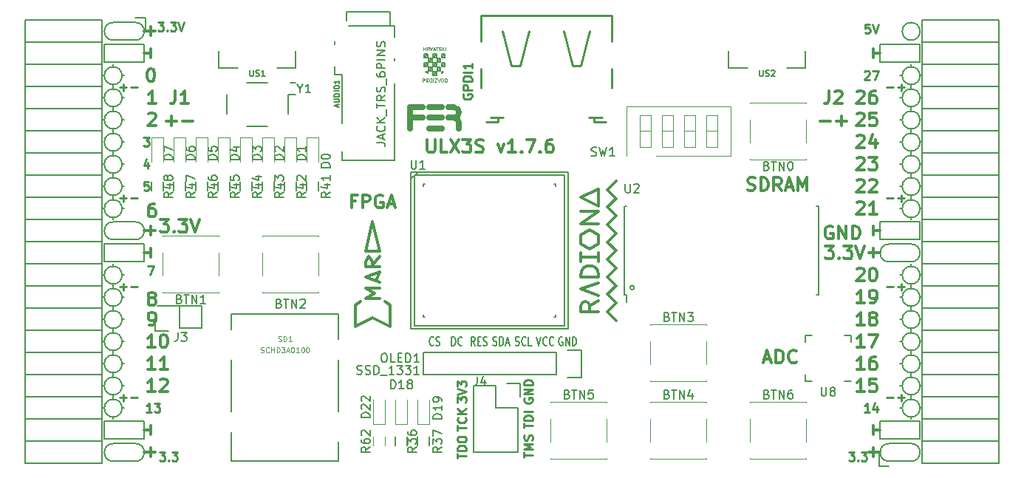
<source format=gto>
G04 #@! TF.FileFunction,Legend,Top*
%FSLAX46Y46*%
G04 Gerber Fmt 4.6, Leading zero omitted, Abs format (unit mm)*
G04 Created by KiCad (PCBNEW 4.0.7+dfsg1-1) date Mon Dec 25 00:55:42 2017*
%MOMM*%
%LPD*%
G01*
G04 APERTURE LIST*
%ADD10C,0.100000*%
%ADD11C,0.300000*%
%ADD12C,0.200000*%
%ADD13C,0.250000*%
%ADD14C,0.150000*%
%ADD15C,0.120000*%
%ADD16C,0.700000*%
%ADD17C,0.254000*%
%ADD18C,0.075000*%
%ADD19C,0.152400*%
%ADD20C,0.124460*%
G04 APERTURE END LIST*
D10*
D11*
X182492000Y-87582000D02*
X182492000Y-88598000D01*
X181984000Y-88090000D02*
X183254000Y-88090000D01*
X182492000Y-110442000D02*
X182492000Y-111458000D01*
X183254000Y-110950000D02*
X181984000Y-110950000D01*
X99688000Y-110442000D02*
X99688000Y-111458000D01*
X98926000Y-110950000D02*
X100196000Y-110950000D01*
X99688000Y-62182000D02*
X99688000Y-63198000D01*
X98926000Y-62690000D02*
X100196000Y-62690000D01*
X99688000Y-85042000D02*
X99688000Y-86058000D01*
X98926000Y-85550000D02*
X100196000Y-85550000D01*
D12*
X97910000Y-63706000D02*
G75*
G03X97910000Y-61674000I0J1016000D01*
G01*
X184270000Y-109934000D02*
G75*
G03X184270000Y-111966000I0J-1016000D01*
G01*
X95370000Y-111966000D02*
X97910000Y-111966000D01*
X95370000Y-109934000D02*
X97910000Y-109934000D01*
X97910000Y-111966000D02*
G75*
G03X97910000Y-109934000I0J1016000D01*
G01*
X95370000Y-109934000D02*
G75*
G03X95370000Y-111966000I0J-1016000D01*
G01*
X95370000Y-61674000D02*
X97910000Y-61674000D01*
X95370000Y-63706000D02*
X97910000Y-63706000D01*
X95370000Y-61674000D02*
G75*
G03X95370000Y-63706000I0J-1016000D01*
G01*
X95370000Y-84534000D02*
X97910000Y-84534000D01*
X95370000Y-86566000D02*
X97910000Y-86566000D01*
X95370000Y-84534000D02*
G75*
G03X95370000Y-86566000I0J-1016000D01*
G01*
X97910000Y-86566000D02*
G75*
G03X97910000Y-84534000I0J1016000D01*
G01*
X187826000Y-62690000D02*
G75*
G03X187826000Y-62690000I-1016000J0D01*
G01*
X184270000Y-89106000D02*
X186810000Y-89106000D01*
X184270000Y-87074000D02*
X186810000Y-87074000D01*
X184270000Y-87074000D02*
G75*
G03X184270000Y-89106000I0J-1016000D01*
G01*
X186810000Y-89106000D02*
G75*
G03X186810000Y-87074000I0J1016000D01*
G01*
X186810000Y-111966000D02*
X184270000Y-111966000D01*
X186810000Y-109934000D02*
X184270000Y-109934000D01*
X186810000Y-111966000D02*
G75*
G03X186810000Y-109934000I0J1016000D01*
G01*
X94354000Y-66246000D02*
X94354000Y-64214000D01*
X98926000Y-66246000D02*
X94354000Y-66246000D01*
X98926000Y-64214000D02*
X98926000Y-66246000D01*
X94354000Y-64214000D02*
X98926000Y-64214000D01*
X94354000Y-87074000D02*
X98926000Y-87074000D01*
X94354000Y-89106000D02*
X94354000Y-87074000D01*
X98926000Y-89106000D02*
X94354000Y-89106000D01*
X98926000Y-87074000D02*
X98926000Y-89106000D01*
X94354000Y-109426000D02*
X98926000Y-109426000D01*
X94354000Y-107394000D02*
X94354000Y-109426000D01*
X98926000Y-107394000D02*
X94354000Y-107394000D01*
X98926000Y-109426000D02*
X98926000Y-107394000D01*
X183254000Y-109426000D02*
X187826000Y-109426000D01*
X183254000Y-107394000D02*
X183254000Y-109426000D01*
X187826000Y-107394000D02*
X187826000Y-109426000D01*
X183254000Y-107394000D02*
X187826000Y-107394000D01*
X183254000Y-66246000D02*
X187826000Y-66246000D01*
X183254000Y-64214000D02*
X183254000Y-66246000D01*
X187826000Y-64214000D02*
X183254000Y-64214000D01*
X187826000Y-66246000D02*
X187826000Y-64214000D01*
X183254000Y-84534000D02*
X187826000Y-84534000D01*
X183254000Y-86566000D02*
X183254000Y-84534000D01*
X187826000Y-86566000D02*
X183254000Y-86566000D01*
X187826000Y-84534000D02*
X187826000Y-86566000D01*
D13*
X96148000Y-69111429D02*
X96909905Y-69111429D01*
X96528953Y-69492381D02*
X96528953Y-68730476D01*
X97386095Y-69111429D02*
X98148000Y-69111429D01*
X96148000Y-81811429D02*
X96909905Y-81811429D01*
X96528953Y-82192381D02*
X96528953Y-81430476D01*
X97386095Y-81811429D02*
X98148000Y-81811429D01*
X96148000Y-91971429D02*
X96909905Y-91971429D01*
X96528953Y-92352381D02*
X96528953Y-91590476D01*
X97386095Y-91971429D02*
X98148000Y-91971429D01*
X96148000Y-104671429D02*
X96909905Y-104671429D01*
X96528953Y-105052381D02*
X96528953Y-104290476D01*
X97386095Y-104671429D02*
X98148000Y-104671429D01*
X184032000Y-104671429D02*
X184793905Y-104671429D01*
X185270095Y-104671429D02*
X186032000Y-104671429D01*
X185651048Y-105052381D02*
X185651048Y-104290476D01*
X184032000Y-91971429D02*
X184793905Y-91971429D01*
X185270095Y-91971429D02*
X186032000Y-91971429D01*
X185651048Y-92352381D02*
X185651048Y-91590476D01*
X184032000Y-81811429D02*
X184793905Y-81811429D01*
X185270095Y-81811429D02*
X186032000Y-81811429D01*
X185651048Y-82192381D02*
X185651048Y-81430476D01*
X184032000Y-69111429D02*
X184793905Y-69111429D01*
X185270095Y-69111429D02*
X186032000Y-69111429D01*
X185651048Y-69492381D02*
X185651048Y-68730476D01*
D11*
X176420000Y-72957143D02*
X177562857Y-72957143D01*
X178277143Y-72957143D02*
X179420000Y-72957143D01*
X178848571Y-73528571D02*
X178848571Y-72385714D01*
D12*
X187826000Y-67770000D02*
G75*
G03X187826000Y-67770000I-1016000J0D01*
G01*
X187826000Y-70310000D02*
G75*
G03X187826000Y-70310000I-1016000J0D01*
G01*
X187826000Y-72850000D02*
G75*
G03X187826000Y-72850000I-1016000J0D01*
G01*
X187826000Y-75390000D02*
G75*
G03X187826000Y-75390000I-1016000J0D01*
G01*
X187826000Y-77930000D02*
G75*
G03X187826000Y-77930000I-1016000J0D01*
G01*
X187826000Y-80470000D02*
G75*
G03X187826000Y-80470000I-1016000J0D01*
G01*
X187826000Y-83010000D02*
G75*
G03X187826000Y-83010000I-1016000J0D01*
G01*
X187826000Y-90630000D02*
G75*
G03X187826000Y-90630000I-1016000J0D01*
G01*
X187826000Y-93170000D02*
G75*
G03X187826000Y-93170000I-1016000J0D01*
G01*
X187826000Y-95710000D02*
G75*
G03X187826000Y-95710000I-1016000J0D01*
G01*
X187826000Y-98250000D02*
G75*
G03X187826000Y-98250000I-1016000J0D01*
G01*
X187826000Y-100790000D02*
G75*
G03X187826000Y-100790000I-1016000J0D01*
G01*
X187826000Y-103330000D02*
G75*
G03X187826000Y-103330000I-1016000J0D01*
G01*
X187826000Y-105870000D02*
G75*
G03X187826000Y-105870000I-1016000J0D01*
G01*
X96386000Y-105870000D02*
G75*
G03X96386000Y-105870000I-1016000J0D01*
G01*
X96386000Y-103330000D02*
G75*
G03X96386000Y-103330000I-1016000J0D01*
G01*
X96386000Y-100790000D02*
G75*
G03X96386000Y-100790000I-1016000J0D01*
G01*
X96386000Y-98250000D02*
G75*
G03X96386000Y-98250000I-1016000J0D01*
G01*
X96386000Y-95710000D02*
G75*
G03X96386000Y-95710000I-1016000J0D01*
G01*
X96386000Y-93170000D02*
G75*
G03X96386000Y-93170000I-1016000J0D01*
G01*
X96386000Y-90630000D02*
G75*
G03X96386000Y-90630000I-1016000J0D01*
G01*
X96386000Y-83010000D02*
G75*
G03X96386000Y-83010000I-1016000J0D01*
G01*
X96386000Y-80470000D02*
G75*
G03X96386000Y-80470000I-1016000J0D01*
G01*
X96386000Y-77930000D02*
G75*
G03X96386000Y-77930000I-1016000J0D01*
G01*
X96386000Y-75390000D02*
G75*
G03X96386000Y-75390000I-1016000J0D01*
G01*
X96386000Y-72850000D02*
G75*
G03X96386000Y-72850000I-1016000J0D01*
G01*
X96386000Y-70310000D02*
G75*
G03X96386000Y-70310000I-1016000J0D01*
G01*
X96386000Y-67770000D02*
G75*
G03X96386000Y-67770000I-1016000J0D01*
G01*
D11*
X177793143Y-85054000D02*
X177650286Y-84982571D01*
X177436000Y-84982571D01*
X177221715Y-85054000D01*
X177078857Y-85196857D01*
X177007429Y-85339714D01*
X176936000Y-85625429D01*
X176936000Y-85839714D01*
X177007429Y-86125429D01*
X177078857Y-86268286D01*
X177221715Y-86411143D01*
X177436000Y-86482571D01*
X177578857Y-86482571D01*
X177793143Y-86411143D01*
X177864572Y-86339714D01*
X177864572Y-85839714D01*
X177578857Y-85839714D01*
X178507429Y-86482571D02*
X178507429Y-84982571D01*
X179364572Y-86482571D01*
X179364572Y-84982571D01*
X180078858Y-86482571D02*
X180078858Y-84982571D01*
X180436001Y-84982571D01*
X180650286Y-85054000D01*
X180793144Y-85196857D01*
X180864572Y-85339714D01*
X180936001Y-85625429D01*
X180936001Y-85839714D01*
X180864572Y-86125429D01*
X180793144Y-86268286D01*
X180650286Y-86411143D01*
X180436001Y-86482571D01*
X180078858Y-86482571D01*
X182492000Y-86058000D02*
X182492000Y-85042000D01*
X183254000Y-85550000D02*
X182492000Y-85550000D01*
X182492000Y-107902000D02*
X182492000Y-108918000D01*
X182492000Y-108410000D02*
X183254000Y-108410000D01*
D13*
X182047524Y-106322381D02*
X181476095Y-106322381D01*
X181761809Y-106322381D02*
X181761809Y-105322381D01*
X181666571Y-105465238D01*
X181571333Y-105560476D01*
X181476095Y-105608095D01*
X182904667Y-105655714D02*
X182904667Y-106322381D01*
X182666571Y-105274762D02*
X182428476Y-105989048D01*
X183047524Y-105989048D01*
X181476095Y-67317619D02*
X181523714Y-67270000D01*
X181618952Y-67222381D01*
X181857048Y-67222381D01*
X181952286Y-67270000D01*
X181999905Y-67317619D01*
X182047524Y-67412857D01*
X182047524Y-67508095D01*
X181999905Y-67650952D01*
X181428476Y-68222381D01*
X182047524Y-68222381D01*
X182380857Y-67222381D02*
X183047524Y-67222381D01*
X182618952Y-68222381D01*
D11*
X182492000Y-64722000D02*
X182492000Y-65738000D01*
X182492000Y-65230000D02*
X183254000Y-65230000D01*
X99688000Y-107902000D02*
X99688000Y-108918000D01*
X98926000Y-108410000D02*
X99688000Y-108410000D01*
D13*
X98846667Y-74842381D02*
X99465715Y-74842381D01*
X99132381Y-75223333D01*
X99275239Y-75223333D01*
X99370477Y-75270952D01*
X99418096Y-75318571D01*
X99465715Y-75413810D01*
X99465715Y-75651905D01*
X99418096Y-75747143D01*
X99370477Y-75794762D01*
X99275239Y-75842381D01*
X98989524Y-75842381D01*
X98894286Y-75794762D01*
X98846667Y-75747143D01*
X99370477Y-77715714D02*
X99370477Y-78382381D01*
X99132381Y-77334762D02*
X98894286Y-78049048D01*
X99513334Y-78049048D01*
X99418096Y-79922381D02*
X98941905Y-79922381D01*
X98894286Y-80398571D01*
X98941905Y-80350952D01*
X99037143Y-80303333D01*
X99275239Y-80303333D01*
X99370477Y-80350952D01*
X99418096Y-80398571D01*
X99465715Y-80493810D01*
X99465715Y-80731905D01*
X99418096Y-80827143D01*
X99370477Y-80874762D01*
X99275239Y-80922381D01*
X99037143Y-80922381D01*
X98941905Y-80874762D01*
X98894286Y-80827143D01*
X99751524Y-106322381D02*
X99180095Y-106322381D01*
X99465809Y-106322381D02*
X99465809Y-105322381D01*
X99370571Y-105465238D01*
X99275333Y-105560476D01*
X99180095Y-105608095D01*
X100084857Y-105322381D02*
X100703905Y-105322381D01*
X100370571Y-105703333D01*
X100513429Y-105703333D01*
X100608667Y-105750952D01*
X100656286Y-105798571D01*
X100703905Y-105893810D01*
X100703905Y-106131905D01*
X100656286Y-106227143D01*
X100608667Y-106274762D01*
X100513429Y-106322381D01*
X100227714Y-106322381D01*
X100132476Y-106274762D01*
X100084857Y-106227143D01*
X99354667Y-89574381D02*
X100021334Y-89574381D01*
X99592762Y-90574381D01*
D11*
X99688000Y-87582000D02*
X99688000Y-88598000D01*
X98926000Y-88090000D02*
X99688000Y-88090000D01*
X99688000Y-64722000D02*
X99688000Y-65738000D01*
X98926000Y-65230000D02*
X99688000Y-65230000D01*
D13*
X100497810Y-61634381D02*
X101116858Y-61634381D01*
X100783524Y-62015333D01*
X100926382Y-62015333D01*
X101021620Y-62062952D01*
X101069239Y-62110571D01*
X101116858Y-62205810D01*
X101116858Y-62443905D01*
X101069239Y-62539143D01*
X101021620Y-62586762D01*
X100926382Y-62634381D01*
X100640667Y-62634381D01*
X100545429Y-62586762D01*
X100497810Y-62539143D01*
X101545429Y-62539143D02*
X101593048Y-62586762D01*
X101545429Y-62634381D01*
X101497810Y-62586762D01*
X101545429Y-62539143D01*
X101545429Y-62634381D01*
X101926381Y-61634381D02*
X102545429Y-61634381D01*
X102212095Y-62015333D01*
X102354953Y-62015333D01*
X102450191Y-62062952D01*
X102497810Y-62110571D01*
X102545429Y-62205810D01*
X102545429Y-62443905D01*
X102497810Y-62539143D01*
X102450191Y-62586762D01*
X102354953Y-62634381D01*
X102069238Y-62634381D01*
X101974000Y-62586762D01*
X101926381Y-62539143D01*
X102831143Y-61634381D02*
X103164476Y-62634381D01*
X103497810Y-61634381D01*
X179666381Y-110910381D02*
X180285429Y-110910381D01*
X179952095Y-111291333D01*
X180094953Y-111291333D01*
X180190191Y-111338952D01*
X180237810Y-111386571D01*
X180285429Y-111481810D01*
X180285429Y-111719905D01*
X180237810Y-111815143D01*
X180190191Y-111862762D01*
X180094953Y-111910381D01*
X179809238Y-111910381D01*
X179714000Y-111862762D01*
X179666381Y-111815143D01*
X180714000Y-111815143D02*
X180761619Y-111862762D01*
X180714000Y-111910381D01*
X180666381Y-111862762D01*
X180714000Y-111815143D01*
X180714000Y-111910381D01*
X181094952Y-110910381D02*
X181714000Y-110910381D01*
X181380666Y-111291333D01*
X181523524Y-111291333D01*
X181618762Y-111338952D01*
X181666381Y-111386571D01*
X181714000Y-111481810D01*
X181714000Y-111719905D01*
X181666381Y-111815143D01*
X181618762Y-111862762D01*
X181523524Y-111910381D01*
X181237809Y-111910381D01*
X181142571Y-111862762D01*
X181094952Y-111815143D01*
D11*
X100775715Y-84220571D02*
X101704286Y-84220571D01*
X101204286Y-84792000D01*
X101418572Y-84792000D01*
X101561429Y-84863429D01*
X101632858Y-84934857D01*
X101704286Y-85077714D01*
X101704286Y-85434857D01*
X101632858Y-85577714D01*
X101561429Y-85649143D01*
X101418572Y-85720571D01*
X100990000Y-85720571D01*
X100847143Y-85649143D01*
X100775715Y-85577714D01*
X102347143Y-85577714D02*
X102418571Y-85649143D01*
X102347143Y-85720571D01*
X102275714Y-85649143D01*
X102347143Y-85577714D01*
X102347143Y-85720571D01*
X102918572Y-84220571D02*
X103847143Y-84220571D01*
X103347143Y-84792000D01*
X103561429Y-84792000D01*
X103704286Y-84863429D01*
X103775715Y-84934857D01*
X103847143Y-85077714D01*
X103847143Y-85434857D01*
X103775715Y-85577714D01*
X103704286Y-85649143D01*
X103561429Y-85720571D01*
X103132857Y-85720571D01*
X102990000Y-85649143D01*
X102918572Y-85577714D01*
X104275714Y-84220571D02*
X104775714Y-85720571D01*
X105275714Y-84220571D01*
D13*
X100672381Y-110910381D02*
X101291429Y-110910381D01*
X100958095Y-111291333D01*
X101100953Y-111291333D01*
X101196191Y-111338952D01*
X101243810Y-111386571D01*
X101291429Y-111481810D01*
X101291429Y-111719905D01*
X101243810Y-111815143D01*
X101196191Y-111862762D01*
X101100953Y-111910381D01*
X100815238Y-111910381D01*
X100720000Y-111862762D01*
X100672381Y-111815143D01*
X101720000Y-111815143D02*
X101767619Y-111862762D01*
X101720000Y-111910381D01*
X101672381Y-111862762D01*
X101720000Y-111815143D01*
X101720000Y-111910381D01*
X102100952Y-110910381D02*
X102720000Y-110910381D01*
X102386666Y-111291333D01*
X102529524Y-111291333D01*
X102624762Y-111338952D01*
X102672381Y-111386571D01*
X102720000Y-111481810D01*
X102720000Y-111719905D01*
X102672381Y-111815143D01*
X102624762Y-111862762D01*
X102529524Y-111910381D01*
X102243809Y-111910381D01*
X102148571Y-111862762D01*
X102100952Y-111815143D01*
X182047524Y-61888381D02*
X181571333Y-61888381D01*
X181523714Y-62364571D01*
X181571333Y-62316952D01*
X181666571Y-62269333D01*
X181904667Y-62269333D01*
X181999905Y-62316952D01*
X182047524Y-62364571D01*
X182095143Y-62459810D01*
X182095143Y-62697905D01*
X182047524Y-62793143D01*
X181999905Y-62840762D01*
X181904667Y-62888381D01*
X181666571Y-62888381D01*
X181571333Y-62840762D01*
X181523714Y-62793143D01*
X182380857Y-61888381D02*
X182714190Y-62888381D01*
X183047524Y-61888381D01*
D11*
X180587143Y-69631429D02*
X180658572Y-69560000D01*
X180801429Y-69488571D01*
X181158572Y-69488571D01*
X181301429Y-69560000D01*
X181372858Y-69631429D01*
X181444286Y-69774286D01*
X181444286Y-69917143D01*
X181372858Y-70131429D01*
X180515715Y-70988571D01*
X181444286Y-70988571D01*
X182730000Y-69488571D02*
X182444286Y-69488571D01*
X182301429Y-69560000D01*
X182230000Y-69631429D01*
X182087143Y-69845714D01*
X182015714Y-70131429D01*
X182015714Y-70702857D01*
X182087143Y-70845714D01*
X182158571Y-70917143D01*
X182301429Y-70988571D01*
X182587143Y-70988571D01*
X182730000Y-70917143D01*
X182801429Y-70845714D01*
X182872857Y-70702857D01*
X182872857Y-70345714D01*
X182801429Y-70202857D01*
X182730000Y-70131429D01*
X182587143Y-70060000D01*
X182301429Y-70060000D01*
X182158571Y-70131429D01*
X182087143Y-70202857D01*
X182015714Y-70345714D01*
X180587143Y-72171429D02*
X180658572Y-72100000D01*
X180801429Y-72028571D01*
X181158572Y-72028571D01*
X181301429Y-72100000D01*
X181372858Y-72171429D01*
X181444286Y-72314286D01*
X181444286Y-72457143D01*
X181372858Y-72671429D01*
X180515715Y-73528571D01*
X181444286Y-73528571D01*
X182801429Y-72028571D02*
X182087143Y-72028571D01*
X182015714Y-72742857D01*
X182087143Y-72671429D01*
X182230000Y-72600000D01*
X182587143Y-72600000D01*
X182730000Y-72671429D01*
X182801429Y-72742857D01*
X182872857Y-72885714D01*
X182872857Y-73242857D01*
X182801429Y-73385714D01*
X182730000Y-73457143D01*
X182587143Y-73528571D01*
X182230000Y-73528571D01*
X182087143Y-73457143D01*
X182015714Y-73385714D01*
X180587143Y-74711429D02*
X180658572Y-74640000D01*
X180801429Y-74568571D01*
X181158572Y-74568571D01*
X181301429Y-74640000D01*
X181372858Y-74711429D01*
X181444286Y-74854286D01*
X181444286Y-74997143D01*
X181372858Y-75211429D01*
X180515715Y-76068571D01*
X181444286Y-76068571D01*
X182730000Y-75068571D02*
X182730000Y-76068571D01*
X182372857Y-74497143D02*
X182015714Y-75568571D01*
X182944286Y-75568571D01*
X180587143Y-77251429D02*
X180658572Y-77180000D01*
X180801429Y-77108571D01*
X181158572Y-77108571D01*
X181301429Y-77180000D01*
X181372858Y-77251429D01*
X181444286Y-77394286D01*
X181444286Y-77537143D01*
X181372858Y-77751429D01*
X180515715Y-78608571D01*
X181444286Y-78608571D01*
X181944286Y-77108571D02*
X182872857Y-77108571D01*
X182372857Y-77680000D01*
X182587143Y-77680000D01*
X182730000Y-77751429D01*
X182801429Y-77822857D01*
X182872857Y-77965714D01*
X182872857Y-78322857D01*
X182801429Y-78465714D01*
X182730000Y-78537143D01*
X182587143Y-78608571D01*
X182158571Y-78608571D01*
X182015714Y-78537143D01*
X181944286Y-78465714D01*
X180587143Y-79791429D02*
X180658572Y-79720000D01*
X180801429Y-79648571D01*
X181158572Y-79648571D01*
X181301429Y-79720000D01*
X181372858Y-79791429D01*
X181444286Y-79934286D01*
X181444286Y-80077143D01*
X181372858Y-80291429D01*
X180515715Y-81148571D01*
X181444286Y-81148571D01*
X182015714Y-79791429D02*
X182087143Y-79720000D01*
X182230000Y-79648571D01*
X182587143Y-79648571D01*
X182730000Y-79720000D01*
X182801429Y-79791429D01*
X182872857Y-79934286D01*
X182872857Y-80077143D01*
X182801429Y-80291429D01*
X181944286Y-81148571D01*
X182872857Y-81148571D01*
X180587143Y-82331429D02*
X180658572Y-82260000D01*
X180801429Y-82188571D01*
X181158572Y-82188571D01*
X181301429Y-82260000D01*
X181372858Y-82331429D01*
X181444286Y-82474286D01*
X181444286Y-82617143D01*
X181372858Y-82831429D01*
X180515715Y-83688571D01*
X181444286Y-83688571D01*
X182872857Y-83688571D02*
X182015714Y-83688571D01*
X182444286Y-83688571D02*
X182444286Y-82188571D01*
X182301429Y-82402857D01*
X182158571Y-82545714D01*
X182015714Y-82617143D01*
X176975715Y-87268571D02*
X177904286Y-87268571D01*
X177404286Y-87840000D01*
X177618572Y-87840000D01*
X177761429Y-87911429D01*
X177832858Y-87982857D01*
X177904286Y-88125714D01*
X177904286Y-88482857D01*
X177832858Y-88625714D01*
X177761429Y-88697143D01*
X177618572Y-88768571D01*
X177190000Y-88768571D01*
X177047143Y-88697143D01*
X176975715Y-88625714D01*
X178547143Y-88625714D02*
X178618571Y-88697143D01*
X178547143Y-88768571D01*
X178475714Y-88697143D01*
X178547143Y-88625714D01*
X178547143Y-88768571D01*
X179118572Y-87268571D02*
X180047143Y-87268571D01*
X179547143Y-87840000D01*
X179761429Y-87840000D01*
X179904286Y-87911429D01*
X179975715Y-87982857D01*
X180047143Y-88125714D01*
X180047143Y-88482857D01*
X179975715Y-88625714D01*
X179904286Y-88697143D01*
X179761429Y-88768571D01*
X179332857Y-88768571D01*
X179190000Y-88697143D01*
X179118572Y-88625714D01*
X180475714Y-87268571D02*
X180975714Y-88768571D01*
X181475714Y-87268571D01*
X180587143Y-89951429D02*
X180658572Y-89880000D01*
X180801429Y-89808571D01*
X181158572Y-89808571D01*
X181301429Y-89880000D01*
X181372858Y-89951429D01*
X181444286Y-90094286D01*
X181444286Y-90237143D01*
X181372858Y-90451429D01*
X180515715Y-91308571D01*
X181444286Y-91308571D01*
X182372857Y-89808571D02*
X182515714Y-89808571D01*
X182658571Y-89880000D01*
X182730000Y-89951429D01*
X182801429Y-90094286D01*
X182872857Y-90380000D01*
X182872857Y-90737143D01*
X182801429Y-91022857D01*
X182730000Y-91165714D01*
X182658571Y-91237143D01*
X182515714Y-91308571D01*
X182372857Y-91308571D01*
X182230000Y-91237143D01*
X182158571Y-91165714D01*
X182087143Y-91022857D01*
X182015714Y-90737143D01*
X182015714Y-90380000D01*
X182087143Y-90094286D01*
X182158571Y-89951429D01*
X182230000Y-89880000D01*
X182372857Y-89808571D01*
X181444286Y-93848571D02*
X180587143Y-93848571D01*
X181015715Y-93848571D02*
X181015715Y-92348571D01*
X180872858Y-92562857D01*
X180730000Y-92705714D01*
X180587143Y-92777143D01*
X182158571Y-93848571D02*
X182444286Y-93848571D01*
X182587143Y-93777143D01*
X182658571Y-93705714D01*
X182801429Y-93491429D01*
X182872857Y-93205714D01*
X182872857Y-92634286D01*
X182801429Y-92491429D01*
X182730000Y-92420000D01*
X182587143Y-92348571D01*
X182301429Y-92348571D01*
X182158571Y-92420000D01*
X182087143Y-92491429D01*
X182015714Y-92634286D01*
X182015714Y-92991429D01*
X182087143Y-93134286D01*
X182158571Y-93205714D01*
X182301429Y-93277143D01*
X182587143Y-93277143D01*
X182730000Y-93205714D01*
X182801429Y-93134286D01*
X182872857Y-92991429D01*
X181444286Y-96388571D02*
X180587143Y-96388571D01*
X181015715Y-96388571D02*
X181015715Y-94888571D01*
X180872858Y-95102857D01*
X180730000Y-95245714D01*
X180587143Y-95317143D01*
X182301429Y-95531429D02*
X182158571Y-95460000D01*
X182087143Y-95388571D01*
X182015714Y-95245714D01*
X182015714Y-95174286D01*
X182087143Y-95031429D01*
X182158571Y-94960000D01*
X182301429Y-94888571D01*
X182587143Y-94888571D01*
X182730000Y-94960000D01*
X182801429Y-95031429D01*
X182872857Y-95174286D01*
X182872857Y-95245714D01*
X182801429Y-95388571D01*
X182730000Y-95460000D01*
X182587143Y-95531429D01*
X182301429Y-95531429D01*
X182158571Y-95602857D01*
X182087143Y-95674286D01*
X182015714Y-95817143D01*
X182015714Y-96102857D01*
X182087143Y-96245714D01*
X182158571Y-96317143D01*
X182301429Y-96388571D01*
X182587143Y-96388571D01*
X182730000Y-96317143D01*
X182801429Y-96245714D01*
X182872857Y-96102857D01*
X182872857Y-95817143D01*
X182801429Y-95674286D01*
X182730000Y-95602857D01*
X182587143Y-95531429D01*
X181444286Y-98928571D02*
X180587143Y-98928571D01*
X181015715Y-98928571D02*
X181015715Y-97428571D01*
X180872858Y-97642857D01*
X180730000Y-97785714D01*
X180587143Y-97857143D01*
X181944286Y-97428571D02*
X182944286Y-97428571D01*
X182301429Y-98928571D01*
X181444286Y-101468571D02*
X180587143Y-101468571D01*
X181015715Y-101468571D02*
X181015715Y-99968571D01*
X180872858Y-100182857D01*
X180730000Y-100325714D01*
X180587143Y-100397143D01*
X182730000Y-99968571D02*
X182444286Y-99968571D01*
X182301429Y-100040000D01*
X182230000Y-100111429D01*
X182087143Y-100325714D01*
X182015714Y-100611429D01*
X182015714Y-101182857D01*
X182087143Y-101325714D01*
X182158571Y-101397143D01*
X182301429Y-101468571D01*
X182587143Y-101468571D01*
X182730000Y-101397143D01*
X182801429Y-101325714D01*
X182872857Y-101182857D01*
X182872857Y-100825714D01*
X182801429Y-100682857D01*
X182730000Y-100611429D01*
X182587143Y-100540000D01*
X182301429Y-100540000D01*
X182158571Y-100611429D01*
X182087143Y-100682857D01*
X182015714Y-100825714D01*
X181444286Y-104008571D02*
X180587143Y-104008571D01*
X181015715Y-104008571D02*
X181015715Y-102508571D01*
X180872858Y-102722857D01*
X180730000Y-102865714D01*
X180587143Y-102937143D01*
X182801429Y-102508571D02*
X182087143Y-102508571D01*
X182015714Y-103222857D01*
X182087143Y-103151429D01*
X182230000Y-103080000D01*
X182587143Y-103080000D01*
X182730000Y-103151429D01*
X182801429Y-103222857D01*
X182872857Y-103365714D01*
X182872857Y-103722857D01*
X182801429Y-103865714D01*
X182730000Y-103937143D01*
X182587143Y-104008571D01*
X182230000Y-104008571D01*
X182087143Y-103937143D01*
X182015714Y-103865714D01*
D12*
X186810000Y-66500000D02*
X186810000Y-66754000D01*
X187826000Y-67770000D02*
X188080000Y-67770000D01*
X185540000Y-67770000D02*
X185794000Y-67770000D01*
X186810000Y-69294000D02*
X186810000Y-68786000D01*
X187826000Y-70310000D02*
X188080000Y-70310000D01*
X185540000Y-70310000D02*
X185794000Y-70310000D01*
X186810000Y-71326000D02*
X186810000Y-71834000D01*
X187826000Y-72850000D02*
X188080000Y-72850000D01*
X185540000Y-72850000D02*
X185794000Y-72850000D01*
X186810000Y-73866000D02*
X186810000Y-74374000D01*
X187826000Y-75390000D02*
X188080000Y-75390000D01*
X185540000Y-75390000D02*
X185794000Y-75390000D01*
X186810000Y-76406000D02*
X186810000Y-76914000D01*
X187826000Y-77930000D02*
X188080000Y-77930000D01*
X185540000Y-77930000D02*
X185794000Y-77930000D01*
X186810000Y-79454000D02*
X186810000Y-78946000D01*
X187826000Y-80470000D02*
X188080000Y-80470000D01*
X185540000Y-80470000D02*
X185794000Y-80470000D01*
X186810000Y-81994000D02*
X186810000Y-81486000D01*
X187826000Y-83010000D02*
X188080000Y-83010000D01*
X185540000Y-83010000D02*
X185794000Y-83010000D01*
X186810000Y-84026000D02*
X186810000Y-84280000D01*
X186810000Y-89360000D02*
X186810000Y-89614000D01*
X187826000Y-90630000D02*
X188080000Y-90630000D01*
X185540000Y-90630000D02*
X185794000Y-90630000D01*
X186810000Y-91646000D02*
X186810000Y-92154000D01*
X187826000Y-93170000D02*
X188080000Y-93170000D01*
X185540000Y-93170000D02*
X185794000Y-93170000D01*
X186810000Y-94186000D02*
X186810000Y-94694000D01*
X187826000Y-95710000D02*
X188080000Y-95710000D01*
X185540000Y-95710000D02*
X185794000Y-95710000D01*
X186810000Y-97234000D02*
X186810000Y-96726000D01*
X187826000Y-98250000D02*
X188080000Y-98250000D01*
X185540000Y-98250000D02*
X185794000Y-98250000D01*
X187826000Y-100790000D02*
X188080000Y-100790000D01*
X185540000Y-100790000D02*
X185794000Y-100790000D01*
X186810000Y-99266000D02*
X186810000Y-99774000D01*
X186810000Y-102314000D02*
X186810000Y-101806000D01*
X187826000Y-103330000D02*
X188080000Y-103330000D01*
X185540000Y-103330000D02*
X185794000Y-103330000D01*
X186810000Y-104346000D02*
X186810000Y-104854000D01*
X185540000Y-105870000D02*
X185794000Y-105870000D01*
X187826000Y-105870000D02*
X188080000Y-105870000D01*
X186810000Y-106886000D02*
X186810000Y-107140000D01*
X95370000Y-66754000D02*
X95370000Y-66500000D01*
X96386000Y-67770000D02*
X96640000Y-67770000D01*
X94100000Y-67770000D02*
X94354000Y-67770000D01*
X95370000Y-68786000D02*
X95370000Y-69294000D01*
X96386000Y-70310000D02*
X96640000Y-70310000D01*
X94100000Y-70310000D02*
X94354000Y-70310000D01*
X95370000Y-71326000D02*
X95370000Y-71834000D01*
X96386000Y-72850000D02*
X96640000Y-72850000D01*
X94100000Y-72850000D02*
X94354000Y-72850000D01*
X95370000Y-73866000D02*
X95370000Y-74374000D01*
X96386000Y-75390000D02*
X96640000Y-75390000D01*
X95370000Y-76406000D02*
X95370000Y-76914000D01*
X96386000Y-77930000D02*
X96640000Y-77930000D01*
X94100000Y-77930000D02*
X94354000Y-77930000D01*
X95370000Y-79454000D02*
X95370000Y-78946000D01*
X96386000Y-80470000D02*
X96640000Y-80470000D01*
X94100000Y-80470000D02*
X94354000Y-80470000D01*
X95370000Y-81486000D02*
X95370000Y-81994000D01*
X96386000Y-83010000D02*
X96640000Y-83010000D01*
X95370000Y-84026000D02*
X95370000Y-84280000D01*
X94100000Y-83010000D02*
X94354000Y-83010000D01*
X95370000Y-106886000D02*
X95370000Y-107140000D01*
X95370000Y-89360000D02*
X95370000Y-89614000D01*
X96386000Y-93170000D02*
X96640000Y-93170000D01*
X94100000Y-93170000D02*
X94354000Y-93170000D01*
X95370000Y-94186000D02*
X95370000Y-94694000D01*
X94100000Y-90630000D02*
X94354000Y-90630000D01*
X96386000Y-90630000D02*
X96640000Y-90630000D01*
X95370000Y-92154000D02*
X95370000Y-91646000D01*
X96386000Y-95710000D02*
X96640000Y-95710000D01*
X94100000Y-95710000D02*
X94354000Y-95710000D01*
X96386000Y-98250000D02*
X96640000Y-98250000D01*
X94354000Y-98250000D02*
X94100000Y-98250000D01*
X95370000Y-96726000D02*
X95370000Y-97234000D01*
X95370000Y-99266000D02*
X95370000Y-99774000D01*
X94100000Y-100790000D02*
X94354000Y-100790000D01*
X96386000Y-100790000D02*
X96640000Y-100790000D01*
X94100000Y-103330000D02*
X94354000Y-103330000D01*
X96386000Y-103330000D02*
X96640000Y-103330000D01*
X95370000Y-101806000D02*
X95370000Y-102314000D01*
X95370000Y-104346000D02*
X95370000Y-104854000D01*
X96386000Y-105870000D02*
X96640000Y-105870000D01*
X94100000Y-105870000D02*
X94354000Y-105870000D01*
D11*
X101490000Y-72957143D02*
X102632857Y-72957143D01*
X102061428Y-73528571D02*
X102061428Y-72385714D01*
X103347143Y-72957143D02*
X104490000Y-72957143D01*
X100164286Y-104008571D02*
X99307143Y-104008571D01*
X99735715Y-104008571D02*
X99735715Y-102508571D01*
X99592858Y-102722857D01*
X99450000Y-102865714D01*
X99307143Y-102937143D01*
X100735714Y-102651429D02*
X100807143Y-102580000D01*
X100950000Y-102508571D01*
X101307143Y-102508571D01*
X101450000Y-102580000D01*
X101521429Y-102651429D01*
X101592857Y-102794286D01*
X101592857Y-102937143D01*
X101521429Y-103151429D01*
X100664286Y-104008571D01*
X101592857Y-104008571D01*
X100164286Y-101468571D02*
X99307143Y-101468571D01*
X99735715Y-101468571D02*
X99735715Y-99968571D01*
X99592858Y-100182857D01*
X99450000Y-100325714D01*
X99307143Y-100397143D01*
X101592857Y-101468571D02*
X100735714Y-101468571D01*
X101164286Y-101468571D02*
X101164286Y-99968571D01*
X101021429Y-100182857D01*
X100878571Y-100325714D01*
X100735714Y-100397143D01*
X100164286Y-98928571D02*
X99307143Y-98928571D01*
X99735715Y-98928571D02*
X99735715Y-97428571D01*
X99592858Y-97642857D01*
X99450000Y-97785714D01*
X99307143Y-97857143D01*
X101092857Y-97428571D02*
X101235714Y-97428571D01*
X101378571Y-97500000D01*
X101450000Y-97571429D01*
X101521429Y-97714286D01*
X101592857Y-98000000D01*
X101592857Y-98357143D01*
X101521429Y-98642857D01*
X101450000Y-98785714D01*
X101378571Y-98857143D01*
X101235714Y-98928571D01*
X101092857Y-98928571D01*
X100950000Y-98857143D01*
X100878571Y-98785714D01*
X100807143Y-98642857D01*
X100735714Y-98357143D01*
X100735714Y-98000000D01*
X100807143Y-97714286D01*
X100878571Y-97571429D01*
X100950000Y-97500000D01*
X101092857Y-97428571D01*
X99529286Y-96388571D02*
X99815001Y-96388571D01*
X99957858Y-96317143D01*
X100029286Y-96245714D01*
X100172144Y-96031429D01*
X100243572Y-95745714D01*
X100243572Y-95174286D01*
X100172144Y-95031429D01*
X100100715Y-94960000D01*
X99957858Y-94888571D01*
X99672144Y-94888571D01*
X99529286Y-94960000D01*
X99457858Y-95031429D01*
X99386429Y-95174286D01*
X99386429Y-95531429D01*
X99457858Y-95674286D01*
X99529286Y-95745714D01*
X99672144Y-95817143D01*
X99957858Y-95817143D01*
X100100715Y-95745714D01*
X100172144Y-95674286D01*
X100243572Y-95531429D01*
X99672144Y-93245429D02*
X99529286Y-93174000D01*
X99457858Y-93102571D01*
X99386429Y-92959714D01*
X99386429Y-92888286D01*
X99457858Y-92745429D01*
X99529286Y-92674000D01*
X99672144Y-92602571D01*
X99957858Y-92602571D01*
X100100715Y-92674000D01*
X100172144Y-92745429D01*
X100243572Y-92888286D01*
X100243572Y-92959714D01*
X100172144Y-93102571D01*
X100100715Y-93174000D01*
X99957858Y-93245429D01*
X99672144Y-93245429D01*
X99529286Y-93316857D01*
X99457858Y-93388286D01*
X99386429Y-93531143D01*
X99386429Y-93816857D01*
X99457858Y-93959714D01*
X99529286Y-94031143D01*
X99672144Y-94102571D01*
X99957858Y-94102571D01*
X100100715Y-94031143D01*
X100172144Y-93959714D01*
X100243572Y-93816857D01*
X100243572Y-93531143D01*
X100172144Y-93388286D01*
X100100715Y-93316857D01*
X99957858Y-93245429D01*
X100100715Y-82442571D02*
X99815001Y-82442571D01*
X99672144Y-82514000D01*
X99600715Y-82585429D01*
X99457858Y-82799714D01*
X99386429Y-83085429D01*
X99386429Y-83656857D01*
X99457858Y-83799714D01*
X99529286Y-83871143D01*
X99672144Y-83942571D01*
X99957858Y-83942571D01*
X100100715Y-83871143D01*
X100172144Y-83799714D01*
X100243572Y-83656857D01*
X100243572Y-83299714D01*
X100172144Y-83156857D01*
X100100715Y-83085429D01*
X99957858Y-83014000D01*
X99672144Y-83014000D01*
X99529286Y-83085429D01*
X99457858Y-83156857D01*
X99386429Y-83299714D01*
X99386429Y-72171429D02*
X99457858Y-72100000D01*
X99600715Y-72028571D01*
X99957858Y-72028571D01*
X100100715Y-72100000D01*
X100172144Y-72171429D01*
X100243572Y-72314286D01*
X100243572Y-72457143D01*
X100172144Y-72671429D01*
X99315001Y-73528571D01*
X100243572Y-73528571D01*
X100243572Y-70988571D02*
X99386429Y-70988571D01*
X99815001Y-70988571D02*
X99815001Y-69488571D01*
X99672144Y-69702857D01*
X99529286Y-69845714D01*
X99386429Y-69917143D01*
X99616572Y-66948571D02*
X99759429Y-66948571D01*
X99902286Y-67020000D01*
X99973715Y-67091429D01*
X100045144Y-67234286D01*
X100116572Y-67520000D01*
X100116572Y-67877143D01*
X100045144Y-68162857D01*
X99973715Y-68305714D01*
X99902286Y-68377143D01*
X99759429Y-68448571D01*
X99616572Y-68448571D01*
X99473715Y-68377143D01*
X99402286Y-68305714D01*
X99330858Y-68162857D01*
X99259429Y-67877143D01*
X99259429Y-67520000D01*
X99330858Y-67234286D01*
X99402286Y-67091429D01*
X99473715Y-67020000D01*
X99616572Y-66948571D01*
X131371430Y-75076571D02*
X131371430Y-76290857D01*
X131442858Y-76433714D01*
X131514287Y-76505143D01*
X131657144Y-76576571D01*
X131942858Y-76576571D01*
X132085716Y-76505143D01*
X132157144Y-76433714D01*
X132228573Y-76290857D01*
X132228573Y-75076571D01*
X133657145Y-76576571D02*
X132942859Y-76576571D01*
X132942859Y-75076571D01*
X134014288Y-75076571D02*
X135014288Y-76576571D01*
X135014288Y-75076571D02*
X134014288Y-76576571D01*
X135442859Y-75076571D02*
X136371430Y-75076571D01*
X135871430Y-75648000D01*
X136085716Y-75648000D01*
X136228573Y-75719429D01*
X136300002Y-75790857D01*
X136371430Y-75933714D01*
X136371430Y-76290857D01*
X136300002Y-76433714D01*
X136228573Y-76505143D01*
X136085716Y-76576571D01*
X135657144Y-76576571D01*
X135514287Y-76505143D01*
X135442859Y-76433714D01*
X136942858Y-76505143D02*
X137157144Y-76576571D01*
X137514287Y-76576571D01*
X137657144Y-76505143D01*
X137728573Y-76433714D01*
X137800001Y-76290857D01*
X137800001Y-76148000D01*
X137728573Y-76005143D01*
X137657144Y-75933714D01*
X137514287Y-75862286D01*
X137228573Y-75790857D01*
X137085715Y-75719429D01*
X137014287Y-75648000D01*
X136942858Y-75505143D01*
X136942858Y-75362286D01*
X137014287Y-75219429D01*
X137085715Y-75148000D01*
X137228573Y-75076571D01*
X137585715Y-75076571D01*
X137800001Y-75148000D01*
X139442858Y-75576571D02*
X139800001Y-76576571D01*
X140157143Y-75576571D01*
X141514286Y-76576571D02*
X140657143Y-76576571D01*
X141085715Y-76576571D02*
X141085715Y-75076571D01*
X140942858Y-75290857D01*
X140800000Y-75433714D01*
X140657143Y-75505143D01*
X142157143Y-76433714D02*
X142228571Y-76505143D01*
X142157143Y-76576571D01*
X142085714Y-76505143D01*
X142157143Y-76433714D01*
X142157143Y-76576571D01*
X142728572Y-75076571D02*
X143728572Y-75076571D01*
X143085715Y-76576571D01*
X144300000Y-76433714D02*
X144371428Y-76505143D01*
X144300000Y-76576571D01*
X144228571Y-76505143D01*
X144300000Y-76433714D01*
X144300000Y-76576571D01*
X145657143Y-75076571D02*
X145371429Y-75076571D01*
X145228572Y-75148000D01*
X145157143Y-75219429D01*
X145014286Y-75433714D01*
X144942857Y-75719429D01*
X144942857Y-76290857D01*
X145014286Y-76433714D01*
X145085714Y-76505143D01*
X145228572Y-76576571D01*
X145514286Y-76576571D01*
X145657143Y-76505143D01*
X145728572Y-76433714D01*
X145800000Y-76290857D01*
X145800000Y-75933714D01*
X145728572Y-75790857D01*
X145657143Y-75719429D01*
X145514286Y-75648000D01*
X145228572Y-75648000D01*
X145085714Y-75719429D01*
X145014286Y-75790857D01*
X144942857Y-75933714D01*
X123159429Y-82140857D02*
X122659429Y-82140857D01*
X122659429Y-82926571D02*
X122659429Y-81426571D01*
X123373715Y-81426571D01*
X123945143Y-82926571D02*
X123945143Y-81426571D01*
X124516571Y-81426571D01*
X124659429Y-81498000D01*
X124730857Y-81569429D01*
X124802286Y-81712286D01*
X124802286Y-81926571D01*
X124730857Y-82069429D01*
X124659429Y-82140857D01*
X124516571Y-82212286D01*
X123945143Y-82212286D01*
X126230857Y-81498000D02*
X126088000Y-81426571D01*
X125873714Y-81426571D01*
X125659429Y-81498000D01*
X125516571Y-81640857D01*
X125445143Y-81783714D01*
X125373714Y-82069429D01*
X125373714Y-82283714D01*
X125445143Y-82569429D01*
X125516571Y-82712286D01*
X125659429Y-82855143D01*
X125873714Y-82926571D01*
X126016571Y-82926571D01*
X126230857Y-82855143D01*
X126302286Y-82783714D01*
X126302286Y-82283714D01*
X126016571Y-82283714D01*
X126873714Y-82498000D02*
X127588000Y-82498000D01*
X126730857Y-82926571D02*
X127230857Y-81426571D01*
X127730857Y-82926571D01*
X168077929Y-80886643D02*
X168292215Y-80958071D01*
X168649358Y-80958071D01*
X168792215Y-80886643D01*
X168863644Y-80815214D01*
X168935072Y-80672357D01*
X168935072Y-80529500D01*
X168863644Y-80386643D01*
X168792215Y-80315214D01*
X168649358Y-80243786D01*
X168363644Y-80172357D01*
X168220786Y-80100929D01*
X168149358Y-80029500D01*
X168077929Y-79886643D01*
X168077929Y-79743786D01*
X168149358Y-79600929D01*
X168220786Y-79529500D01*
X168363644Y-79458071D01*
X168720786Y-79458071D01*
X168935072Y-79529500D01*
X169577929Y-80958071D02*
X169577929Y-79458071D01*
X169935072Y-79458071D01*
X170149357Y-79529500D01*
X170292215Y-79672357D01*
X170363643Y-79815214D01*
X170435072Y-80100929D01*
X170435072Y-80315214D01*
X170363643Y-80600929D01*
X170292215Y-80743786D01*
X170149357Y-80886643D01*
X169935072Y-80958071D01*
X169577929Y-80958071D01*
X171935072Y-80958071D02*
X171435072Y-80243786D01*
X171077929Y-80958071D02*
X171077929Y-79458071D01*
X171649357Y-79458071D01*
X171792215Y-79529500D01*
X171863643Y-79600929D01*
X171935072Y-79743786D01*
X171935072Y-79958071D01*
X171863643Y-80100929D01*
X171792215Y-80172357D01*
X171649357Y-80243786D01*
X171077929Y-80243786D01*
X172506500Y-80529500D02*
X173220786Y-80529500D01*
X172363643Y-80958071D02*
X172863643Y-79458071D01*
X173363643Y-80958071D01*
X173863643Y-80958071D02*
X173863643Y-79458071D01*
X174363643Y-80529500D01*
X174863643Y-79458071D01*
X174863643Y-80958071D01*
X169966857Y-100278000D02*
X170681143Y-100278000D01*
X169824000Y-100706571D02*
X170324000Y-99206571D01*
X170824000Y-100706571D01*
X171324000Y-100706571D02*
X171324000Y-99206571D01*
X171681143Y-99206571D01*
X171895428Y-99278000D01*
X172038286Y-99420857D01*
X172109714Y-99563714D01*
X172181143Y-99849429D01*
X172181143Y-100063714D01*
X172109714Y-100349429D01*
X172038286Y-100492286D01*
X171895428Y-100635143D01*
X171681143Y-100706571D01*
X171324000Y-100706571D01*
X173681143Y-100563714D02*
X173609714Y-100635143D01*
X173395428Y-100706571D01*
X173252571Y-100706571D01*
X173038286Y-100635143D01*
X172895428Y-100492286D01*
X172824000Y-100349429D01*
X172752571Y-100063714D01*
X172752571Y-99849429D01*
X172824000Y-99563714D01*
X172895428Y-99420857D01*
X173038286Y-99278000D01*
X173252571Y-99206571D01*
X173395428Y-99206571D01*
X173609714Y-99278000D01*
X173681143Y-99349429D01*
D13*
X142447381Y-111521333D02*
X142447381Y-110949904D01*
X143447381Y-111235619D02*
X142447381Y-111235619D01*
X143447381Y-110616571D02*
X142447381Y-110616571D01*
X143161667Y-110283237D01*
X142447381Y-109949904D01*
X143447381Y-109949904D01*
X143399762Y-109521333D02*
X143447381Y-109378476D01*
X143447381Y-109140380D01*
X143399762Y-109045142D01*
X143352143Y-108997523D01*
X143256905Y-108949904D01*
X143161667Y-108949904D01*
X143066429Y-108997523D01*
X143018810Y-109045142D01*
X142971190Y-109140380D01*
X142923571Y-109330857D01*
X142875952Y-109426095D01*
X142828333Y-109473714D01*
X142733095Y-109521333D01*
X142637857Y-109521333D01*
X142542619Y-109473714D01*
X142495000Y-109426095D01*
X142447381Y-109330857D01*
X142447381Y-109092761D01*
X142495000Y-108949904D01*
X142447381Y-108163809D02*
X142447381Y-107592380D01*
X143447381Y-107878095D02*
X142447381Y-107878095D01*
X143447381Y-107259047D02*
X142447381Y-107259047D01*
X142447381Y-107020952D01*
X142495000Y-106878094D01*
X142590238Y-106782856D01*
X142685476Y-106735237D01*
X142875952Y-106687618D01*
X143018810Y-106687618D01*
X143209286Y-106735237D01*
X143304524Y-106782856D01*
X143399762Y-106878094D01*
X143447381Y-107020952D01*
X143447381Y-107259047D01*
X143447381Y-106259047D02*
X142447381Y-106259047D01*
X142495000Y-104726904D02*
X142447381Y-104822142D01*
X142447381Y-104964999D01*
X142495000Y-105107857D01*
X142590238Y-105203095D01*
X142685476Y-105250714D01*
X142875952Y-105298333D01*
X143018810Y-105298333D01*
X143209286Y-105250714D01*
X143304524Y-105203095D01*
X143399762Y-105107857D01*
X143447381Y-104964999D01*
X143447381Y-104869761D01*
X143399762Y-104726904D01*
X143352143Y-104679285D01*
X143018810Y-104679285D01*
X143018810Y-104869761D01*
X143447381Y-104250714D02*
X142447381Y-104250714D01*
X143447381Y-103679285D01*
X142447381Y-103679285D01*
X143447381Y-103203095D02*
X142447381Y-103203095D01*
X142447381Y-102965000D01*
X142495000Y-102822142D01*
X142590238Y-102726904D01*
X142685476Y-102679285D01*
X142875952Y-102631666D01*
X143018810Y-102631666D01*
X143209286Y-102679285D01*
X143304524Y-102726904D01*
X143399762Y-102822142D01*
X143447381Y-102965000D01*
X143447381Y-103203095D01*
X134827381Y-111624524D02*
X134827381Y-111053095D01*
X135827381Y-111338810D02*
X134827381Y-111338810D01*
X135827381Y-110719762D02*
X134827381Y-110719762D01*
X134827381Y-110481667D01*
X134875000Y-110338809D01*
X134970238Y-110243571D01*
X135065476Y-110195952D01*
X135255952Y-110148333D01*
X135398810Y-110148333D01*
X135589286Y-110195952D01*
X135684524Y-110243571D01*
X135779762Y-110338809D01*
X135827381Y-110481667D01*
X135827381Y-110719762D01*
X134827381Y-109529286D02*
X134827381Y-109338809D01*
X134875000Y-109243571D01*
X134970238Y-109148333D01*
X135160714Y-109100714D01*
X135494048Y-109100714D01*
X135684524Y-109148333D01*
X135779762Y-109243571D01*
X135827381Y-109338809D01*
X135827381Y-109529286D01*
X135779762Y-109624524D01*
X135684524Y-109719762D01*
X135494048Y-109767381D01*
X135160714Y-109767381D01*
X134970238Y-109719762D01*
X134875000Y-109624524D01*
X134827381Y-109529286D01*
X134827381Y-108425714D02*
X134827381Y-107854285D01*
X135827381Y-108140000D02*
X134827381Y-108140000D01*
X135732143Y-106949523D02*
X135779762Y-106997142D01*
X135827381Y-107139999D01*
X135827381Y-107235237D01*
X135779762Y-107378095D01*
X135684524Y-107473333D01*
X135589286Y-107520952D01*
X135398810Y-107568571D01*
X135255952Y-107568571D01*
X135065476Y-107520952D01*
X134970238Y-107473333D01*
X134875000Y-107378095D01*
X134827381Y-107235237D01*
X134827381Y-107139999D01*
X134875000Y-106997142D01*
X134922619Y-106949523D01*
X135827381Y-106520952D02*
X134827381Y-106520952D01*
X135827381Y-105949523D02*
X135255952Y-106378095D01*
X134827381Y-105949523D02*
X135398810Y-106520952D01*
X134827381Y-105203095D02*
X134827381Y-104584047D01*
X135208333Y-104917381D01*
X135208333Y-104774523D01*
X135255952Y-104679285D01*
X135303571Y-104631666D01*
X135398810Y-104584047D01*
X135636905Y-104584047D01*
X135732143Y-104631666D01*
X135779762Y-104679285D01*
X135827381Y-104774523D01*
X135827381Y-105060238D01*
X135779762Y-105155476D01*
X135732143Y-105203095D01*
X134827381Y-104298333D02*
X135827381Y-103965000D01*
X134827381Y-103631666D01*
X134827381Y-103393571D02*
X134827381Y-102774523D01*
X135208333Y-103107857D01*
X135208333Y-102964999D01*
X135255952Y-102869761D01*
X135303571Y-102822142D01*
X135398810Y-102774523D01*
X135636905Y-102774523D01*
X135732143Y-102822142D01*
X135779762Y-102869761D01*
X135827381Y-102964999D01*
X135827381Y-103250714D01*
X135779762Y-103345952D01*
X135732143Y-103393571D01*
D14*
X85270000Y-112220000D02*
X94100000Y-112220000D01*
X85270000Y-109680000D02*
X85270000Y-112220000D01*
X94100000Y-109680000D02*
X94100000Y-112220000D01*
X94100000Y-112220000D02*
X85270000Y-112220000D01*
X94100000Y-109680000D02*
X85270000Y-109680000D01*
X94100000Y-107140000D02*
X94100000Y-109680000D01*
X85270000Y-107140000D02*
X85270000Y-109680000D01*
X85270000Y-109680000D02*
X94100000Y-109680000D01*
X85270000Y-91900000D02*
X94100000Y-91900000D01*
X85270000Y-89360000D02*
X85270000Y-91900000D01*
X94100000Y-89360000D02*
X94100000Y-91900000D01*
X94100000Y-91900000D02*
X85270000Y-91900000D01*
X94100000Y-94440000D02*
X85270000Y-94440000D01*
X94100000Y-91900000D02*
X94100000Y-94440000D01*
X85270000Y-91900000D02*
X85270000Y-94440000D01*
X85270000Y-94440000D02*
X94100000Y-94440000D01*
X85270000Y-107140000D02*
X94100000Y-107140000D01*
X85270000Y-104600000D02*
X85270000Y-107140000D01*
X94100000Y-104600000D02*
X94100000Y-107140000D01*
X94100000Y-107140000D02*
X85270000Y-107140000D01*
X94100000Y-104600000D02*
X85270000Y-104600000D01*
X94100000Y-102060000D02*
X94100000Y-104600000D01*
X85270000Y-102060000D02*
X85270000Y-104600000D01*
X85270000Y-104600000D02*
X94100000Y-104600000D01*
X85270000Y-102060000D02*
X94100000Y-102060000D01*
X85270000Y-99520000D02*
X85270000Y-102060000D01*
X94100000Y-99520000D02*
X94100000Y-102060000D01*
X94100000Y-102060000D02*
X85270000Y-102060000D01*
X94100000Y-99520000D02*
X85270000Y-99520000D01*
X94100000Y-96980000D02*
X94100000Y-99520000D01*
X85270000Y-96980000D02*
X85270000Y-99520000D01*
X85270000Y-99520000D02*
X94100000Y-99520000D01*
X85270000Y-96980000D02*
X94100000Y-96980000D01*
X85270000Y-94440000D02*
X85270000Y-96980000D01*
X94100000Y-94440000D02*
X94100000Y-96980000D01*
X94100000Y-96980000D02*
X85270000Y-96980000D01*
X94100000Y-79200000D02*
X85270000Y-79200000D01*
X94100000Y-76660000D02*
X94100000Y-79200000D01*
X85270000Y-76660000D02*
X85270000Y-79200000D01*
X85270000Y-79200000D02*
X94100000Y-79200000D01*
X85270000Y-81740000D02*
X94100000Y-81740000D01*
X85270000Y-79200000D02*
X85270000Y-81740000D01*
X94100000Y-79200000D02*
X94100000Y-81740000D01*
X94100000Y-81740000D02*
X85270000Y-81740000D01*
X94100000Y-84280000D02*
X85270000Y-84280000D01*
X94100000Y-81740000D02*
X94100000Y-84280000D01*
X85270000Y-81740000D02*
X85270000Y-84280000D01*
X85270000Y-84280000D02*
X94100000Y-84280000D01*
X85270000Y-86820000D02*
X94100000Y-86820000D01*
X85270000Y-84280000D02*
X85270000Y-86820000D01*
X94100000Y-84280000D02*
X94100000Y-86820000D01*
X94100000Y-86820000D02*
X85270000Y-86820000D01*
X94100000Y-89360000D02*
X85270000Y-89360000D01*
X94100000Y-86820000D02*
X94100000Y-89360000D01*
X85270000Y-86820000D02*
X85270000Y-89360000D01*
X85270000Y-89360000D02*
X94100000Y-89360000D01*
X85270000Y-76660000D02*
X94100000Y-76660000D01*
X85270000Y-74120000D02*
X85270000Y-76660000D01*
X94100000Y-74120000D02*
X94100000Y-76660000D01*
X94100000Y-76660000D02*
X85270000Y-76660000D01*
X94100000Y-74120000D02*
X85270000Y-74120000D01*
X94100000Y-71580000D02*
X94100000Y-74120000D01*
X85270000Y-71580000D02*
X85270000Y-74120000D01*
X85270000Y-74120000D02*
X94100000Y-74120000D01*
X85270000Y-71580000D02*
X94100000Y-71580000D01*
X85270000Y-69040000D02*
X85270000Y-71580000D01*
X94100000Y-69040000D02*
X94100000Y-71580000D01*
X94100000Y-71580000D02*
X85270000Y-71580000D01*
X94100000Y-69040000D02*
X85270000Y-69040000D01*
X94100000Y-66500000D02*
X94100000Y-69040000D01*
X85270000Y-66500000D02*
X85270000Y-69040000D01*
X85270000Y-69040000D02*
X94100000Y-69040000D01*
X85270000Y-66500000D02*
X94100000Y-66500000D01*
X85270000Y-63960000D02*
X85270000Y-66500000D01*
X94100000Y-63960000D02*
X94100000Y-66500000D01*
X94100000Y-66500000D02*
X85270000Y-66500000D01*
X94100000Y-63960000D02*
X85270000Y-63960000D01*
X94100000Y-61420000D02*
X94100000Y-63960000D01*
X99060000Y-62690000D02*
X99060000Y-61140000D01*
X99060000Y-61140000D02*
X97910000Y-61140000D01*
X94100000Y-61420000D02*
X85270000Y-61420000D01*
X85270000Y-61420000D02*
X85270000Y-63960000D01*
X85270000Y-63960000D02*
X94100000Y-63960000D01*
X196910000Y-61420000D02*
X188080000Y-61420000D01*
X196910000Y-63960000D02*
X196910000Y-61420000D01*
X188080000Y-63960000D02*
X188080000Y-61420000D01*
X188080000Y-61420000D02*
X196910000Y-61420000D01*
X188080000Y-63960000D02*
X196910000Y-63960000D01*
X188080000Y-66500000D02*
X188080000Y-63960000D01*
X196910000Y-66500000D02*
X196910000Y-63960000D01*
X196910000Y-63960000D02*
X188080000Y-63960000D01*
X196910000Y-81740000D02*
X188080000Y-81740000D01*
X196910000Y-84280000D02*
X196910000Y-81740000D01*
X188080000Y-84280000D02*
X188080000Y-81740000D01*
X188080000Y-81740000D02*
X196910000Y-81740000D01*
X188080000Y-79200000D02*
X196910000Y-79200000D01*
X188080000Y-81740000D02*
X188080000Y-79200000D01*
X196910000Y-81740000D02*
X196910000Y-79200000D01*
X196910000Y-79200000D02*
X188080000Y-79200000D01*
X196910000Y-66500000D02*
X188080000Y-66500000D01*
X196910000Y-69040000D02*
X196910000Y-66500000D01*
X188080000Y-69040000D02*
X188080000Y-66500000D01*
X188080000Y-66500000D02*
X196910000Y-66500000D01*
X188080000Y-69040000D02*
X196910000Y-69040000D01*
X188080000Y-71580000D02*
X188080000Y-69040000D01*
X196910000Y-71580000D02*
X196910000Y-69040000D01*
X196910000Y-69040000D02*
X188080000Y-69040000D01*
X196910000Y-71580000D02*
X188080000Y-71580000D01*
X196910000Y-74120000D02*
X196910000Y-71580000D01*
X188080000Y-74120000D02*
X188080000Y-71580000D01*
X188080000Y-71580000D02*
X196910000Y-71580000D01*
X188080000Y-74120000D02*
X196910000Y-74120000D01*
X188080000Y-76660000D02*
X188080000Y-74120000D01*
X196910000Y-76660000D02*
X196910000Y-74120000D01*
X196910000Y-74120000D02*
X188080000Y-74120000D01*
X196910000Y-76660000D02*
X188080000Y-76660000D01*
X196910000Y-79200000D02*
X196910000Y-76660000D01*
X188080000Y-79200000D02*
X188080000Y-76660000D01*
X188080000Y-76660000D02*
X196910000Y-76660000D01*
X188080000Y-94440000D02*
X196910000Y-94440000D01*
X188080000Y-96980000D02*
X188080000Y-94440000D01*
X196910000Y-96980000D02*
X196910000Y-94440000D01*
X196910000Y-94440000D02*
X188080000Y-94440000D01*
X196910000Y-91900000D02*
X188080000Y-91900000D01*
X196910000Y-94440000D02*
X196910000Y-91900000D01*
X188080000Y-94440000D02*
X188080000Y-91900000D01*
X188080000Y-91900000D02*
X196910000Y-91900000D01*
X188080000Y-89360000D02*
X196910000Y-89360000D01*
X188080000Y-91900000D02*
X188080000Y-89360000D01*
X196910000Y-91900000D02*
X196910000Y-89360000D01*
X196910000Y-89360000D02*
X188080000Y-89360000D01*
X196910000Y-86820000D02*
X188080000Y-86820000D01*
X196910000Y-89360000D02*
X196910000Y-86820000D01*
X188080000Y-89360000D02*
X188080000Y-86820000D01*
X188080000Y-86820000D02*
X196910000Y-86820000D01*
X188080000Y-84280000D02*
X196910000Y-84280000D01*
X188080000Y-86820000D02*
X188080000Y-84280000D01*
X196910000Y-86820000D02*
X196910000Y-84280000D01*
X196910000Y-84280000D02*
X188080000Y-84280000D01*
X196910000Y-96980000D02*
X188080000Y-96980000D01*
X196910000Y-99520000D02*
X196910000Y-96980000D01*
X188080000Y-99520000D02*
X188080000Y-96980000D01*
X188080000Y-96980000D02*
X196910000Y-96980000D01*
X188080000Y-99520000D02*
X196910000Y-99520000D01*
X188080000Y-102060000D02*
X188080000Y-99520000D01*
X196910000Y-102060000D02*
X196910000Y-99520000D01*
X196910000Y-99520000D02*
X188080000Y-99520000D01*
X196910000Y-102060000D02*
X188080000Y-102060000D01*
X196910000Y-104600000D02*
X196910000Y-102060000D01*
X188080000Y-104600000D02*
X188080000Y-102060000D01*
X188080000Y-102060000D02*
X196910000Y-102060000D01*
X188080000Y-104600000D02*
X196910000Y-104600000D01*
X188080000Y-107140000D02*
X188080000Y-104600000D01*
X196910000Y-107140000D02*
X196910000Y-104600000D01*
X196910000Y-104600000D02*
X188080000Y-104600000D01*
X196910000Y-107140000D02*
X188080000Y-107140000D01*
X196910000Y-109680000D02*
X196910000Y-107140000D01*
X188080000Y-109680000D02*
X188080000Y-107140000D01*
X188080000Y-107140000D02*
X196910000Y-107140000D01*
X188080000Y-109680000D02*
X196910000Y-109680000D01*
X188080000Y-112220000D02*
X188080000Y-109680000D01*
X183120000Y-110950000D02*
X183120000Y-112500000D01*
X183120000Y-112500000D02*
X184270000Y-112500000D01*
X188080000Y-112220000D02*
X196910000Y-112220000D01*
X196910000Y-112220000D02*
X196910000Y-109680000D01*
X196910000Y-109680000D02*
X188080000Y-109680000D01*
X100170000Y-95456000D02*
X100170000Y-97006000D01*
X102990000Y-94186000D02*
X100450000Y-94186000D01*
X100170000Y-97006000D02*
X101720000Y-97006000D01*
X105530000Y-94186000D02*
X102990000Y-94186000D01*
X102990000Y-94186000D02*
X102990000Y-96726000D01*
X102990000Y-96726000D02*
X105530000Y-96726000D01*
X105530000Y-96726000D02*
X105530000Y-94186000D01*
X127715000Y-110180000D02*
X127715000Y-109180000D01*
X129065000Y-109180000D02*
X129065000Y-110180000D01*
X131605000Y-109180000D02*
X131605000Y-110180000D01*
X130255000Y-110180000D02*
X130255000Y-109180000D01*
X116280000Y-64925000D02*
X116280000Y-66925000D01*
X116280000Y-66925000D02*
X114130000Y-66925000D01*
X109630000Y-66925000D02*
X107480000Y-66925000D01*
X107480000Y-66925000D02*
X107480000Y-64975000D01*
X174700000Y-64925000D02*
X174700000Y-66925000D01*
X174700000Y-66925000D02*
X172550000Y-66925000D01*
X168050000Y-66925000D02*
X165900000Y-66925000D01*
X165900000Y-66925000D02*
X165900000Y-64975000D01*
X141725000Y-110950000D02*
X141725000Y-105870000D01*
X142005000Y-103050000D02*
X142005000Y-104600000D01*
X139185000Y-103330000D02*
X139185000Y-105870000D01*
X139185000Y-105870000D02*
X141725000Y-105870000D01*
X141725000Y-110950000D02*
X136645000Y-110950000D01*
X136645000Y-110950000D02*
X136645000Y-105870000D01*
X142005000Y-103050000D02*
X140455000Y-103050000D01*
X136645000Y-103330000D02*
X139185000Y-103330000D01*
X136645000Y-105870000D02*
X136645000Y-103330000D01*
X118905000Y-79970000D02*
X118905000Y-80970000D01*
X117555000Y-80970000D02*
X117555000Y-79970000D01*
X116365000Y-79970000D02*
X116365000Y-80970000D01*
X115015000Y-80970000D02*
X115015000Y-79970000D01*
X113825000Y-79970000D02*
X113825000Y-80970000D01*
X112475000Y-80970000D02*
X112475000Y-79970000D01*
X111285000Y-79970000D02*
X111285000Y-80970000D01*
X109935000Y-80970000D02*
X109935000Y-79970000D01*
X108745000Y-79970000D02*
X108745000Y-80970000D01*
X107395000Y-80970000D02*
X107395000Y-79970000D01*
X106205000Y-79970000D02*
X106205000Y-80970000D01*
X104855000Y-80970000D02*
X104855000Y-79970000D01*
X103665000Y-79970000D02*
X103665000Y-80970000D01*
X102315000Y-80970000D02*
X102315000Y-79970000D01*
X101125000Y-79970000D02*
X101125000Y-80970000D01*
X99775000Y-80970000D02*
X99775000Y-79970000D01*
X174660000Y-102780000D02*
X174660000Y-102030000D01*
X179910000Y-97530000D02*
X179910000Y-98280000D01*
X174660000Y-97530000D02*
X174660000Y-98280000D01*
X179910000Y-102780000D02*
X179160000Y-102780000D01*
X179910000Y-97530000D02*
X179160000Y-97530000D01*
X174660000Y-97530000D02*
X175410000Y-97530000D01*
X174660000Y-102780000D02*
X175410000Y-102780000D01*
X146170000Y-99520000D02*
X130930000Y-99520000D01*
X130930000Y-99520000D02*
X130930000Y-102060000D01*
X130930000Y-102060000D02*
X146170000Y-102060000D01*
X148990000Y-99240000D02*
X147440000Y-99240000D01*
X146170000Y-99520000D02*
X146170000Y-102060000D01*
X147440000Y-102340000D02*
X148990000Y-102340000D01*
X148990000Y-102340000D02*
X148990000Y-99240000D01*
D15*
X168340000Y-77350000D02*
X168340000Y-77320000D01*
X168340000Y-70890000D02*
X168340000Y-70920000D01*
X174800000Y-70890000D02*
X174800000Y-70920000D01*
X174800000Y-77320000D02*
X174800000Y-77350000D01*
X168340000Y-75420000D02*
X168340000Y-72820000D01*
X174800000Y-77350000D02*
X168340000Y-77350000D01*
X174800000Y-75420000D02*
X174800000Y-72820000D01*
X174800000Y-70890000D02*
X168340000Y-70890000D01*
X107490000Y-86130000D02*
X107490000Y-86160000D01*
X107490000Y-92590000D02*
X107490000Y-92560000D01*
X101030000Y-92590000D02*
X101030000Y-92560000D01*
X101030000Y-86160000D02*
X101030000Y-86130000D01*
X107490000Y-88060000D02*
X107490000Y-90660000D01*
X101030000Y-86130000D02*
X107490000Y-86130000D01*
X101030000Y-88060000D02*
X101030000Y-90660000D01*
X101030000Y-92590000D02*
X107490000Y-92590000D01*
X118920000Y-86130000D02*
X118920000Y-86160000D01*
X118920000Y-92590000D02*
X118920000Y-92560000D01*
X112460000Y-92590000D02*
X112460000Y-92560000D01*
X112460000Y-86160000D02*
X112460000Y-86130000D01*
X118920000Y-88060000D02*
X118920000Y-90660000D01*
X112460000Y-86130000D02*
X118920000Y-86130000D01*
X112460000Y-88060000D02*
X112460000Y-90660000D01*
X112460000Y-92590000D02*
X118920000Y-92590000D01*
X163370000Y-96290000D02*
X163370000Y-96320000D01*
X163370000Y-102750000D02*
X163370000Y-102720000D01*
X156910000Y-102750000D02*
X156910000Y-102720000D01*
X156910000Y-96320000D02*
X156910000Y-96290000D01*
X163370000Y-98220000D02*
X163370000Y-100820000D01*
X156910000Y-96290000D02*
X163370000Y-96290000D01*
X156910000Y-98220000D02*
X156910000Y-100820000D01*
X156910000Y-102750000D02*
X163370000Y-102750000D01*
X156910000Y-111640000D02*
X156910000Y-111610000D01*
X156910000Y-105180000D02*
X156910000Y-105210000D01*
X163370000Y-105180000D02*
X163370000Y-105210000D01*
X163370000Y-111610000D02*
X163370000Y-111640000D01*
X156910000Y-109710000D02*
X156910000Y-107110000D01*
X163370000Y-111640000D02*
X156910000Y-111640000D01*
X163370000Y-109710000D02*
X163370000Y-107110000D01*
X163370000Y-105180000D02*
X156910000Y-105180000D01*
X145480000Y-111640000D02*
X145480000Y-111610000D01*
X145480000Y-105180000D02*
X145480000Y-105210000D01*
X151940000Y-105180000D02*
X151940000Y-105210000D01*
X151940000Y-111610000D02*
X151940000Y-111640000D01*
X145480000Y-109710000D02*
X145480000Y-107110000D01*
X151940000Y-111640000D02*
X145480000Y-111640000D01*
X151940000Y-109710000D02*
X151940000Y-107110000D01*
X151940000Y-105180000D02*
X145480000Y-105180000D01*
X168340000Y-111640000D02*
X168340000Y-111610000D01*
X168340000Y-105180000D02*
X168340000Y-105210000D01*
X174800000Y-105180000D02*
X174800000Y-105210000D01*
X174800000Y-111610000D02*
X174800000Y-111640000D01*
X168340000Y-109710000D02*
X168340000Y-107110000D01*
X174800000Y-111640000D02*
X168340000Y-111640000D01*
X174800000Y-109710000D02*
X174800000Y-107110000D01*
X174800000Y-105180000D02*
X168340000Y-105180000D01*
X154160000Y-76965000D02*
X154160000Y-71275000D01*
X154160000Y-71275000D02*
X166120000Y-71275000D01*
X166120000Y-71275000D02*
X166120000Y-76965000D01*
X166120000Y-76965000D02*
X157600000Y-76965000D01*
X155695000Y-75930000D02*
X156965000Y-75930000D01*
X156965000Y-75930000D02*
X156965000Y-72310000D01*
X156965000Y-72310000D02*
X155695000Y-72310000D01*
X155695000Y-72310000D02*
X155695000Y-75930000D01*
X155695000Y-74120000D02*
X156965000Y-74120000D01*
X158235000Y-75930000D02*
X159505000Y-75930000D01*
X159505000Y-75930000D02*
X159505000Y-72310000D01*
X159505000Y-72310000D02*
X158235000Y-72310000D01*
X158235000Y-72310000D02*
X158235000Y-75930000D01*
X158235000Y-74120000D02*
X159505000Y-74120000D01*
X160775000Y-75930000D02*
X162045000Y-75930000D01*
X162045000Y-75930000D02*
X162045000Y-72310000D01*
X162045000Y-72310000D02*
X160775000Y-72310000D01*
X160775000Y-72310000D02*
X160775000Y-75930000D01*
X160775000Y-74120000D02*
X162045000Y-74120000D01*
X163315000Y-75930000D02*
X164585000Y-75930000D01*
X164585000Y-75930000D02*
X164585000Y-72310000D01*
X164585000Y-72310000D02*
X163315000Y-72310000D01*
X163315000Y-72310000D02*
X163315000Y-75930000D01*
X163315000Y-74120000D02*
X164585000Y-74120000D01*
D14*
X130880000Y-80200000D02*
X131080000Y-80200000D01*
X130880000Y-80400000D02*
X130880000Y-80200000D01*
X146080000Y-80200000D02*
X146080000Y-80400000D01*
X145880000Y-80200000D02*
X146080000Y-80200000D01*
X146080000Y-95400000D02*
X146080000Y-95200000D01*
X145880000Y-95400000D02*
X146080000Y-95400000D01*
X130880000Y-95400000D02*
X131080000Y-95400000D01*
X130880000Y-95200000D02*
X130880000Y-95400000D01*
X130280000Y-78800000D02*
X129480000Y-79600000D01*
X129480000Y-96800000D02*
X129480000Y-78800000D01*
X147480000Y-96800000D02*
X129480000Y-96800000D01*
X147480000Y-78800000D02*
X147480000Y-96800000D01*
X129480000Y-78800000D02*
X147480000Y-78800000D01*
X129880000Y-96400000D02*
X129880000Y-79200000D01*
X147080000Y-96400000D02*
X129880000Y-96400000D01*
X147080000Y-79200000D02*
X147080000Y-96400000D01*
X129880000Y-79200000D02*
X147080000Y-79200000D01*
D11*
X149980000Y-94836000D02*
X149980000Y-94136000D01*
X148980000Y-94836000D02*
X148980000Y-94136000D01*
X151980000Y-80836000D02*
X152980000Y-79836000D01*
X152980000Y-81836000D02*
X151980000Y-80836000D01*
X151980000Y-82836000D02*
X152980000Y-81836000D01*
X152980000Y-83836000D02*
X151980000Y-82836000D01*
X151980000Y-84836000D02*
X152980000Y-83836000D01*
X152980000Y-85836000D02*
X151980000Y-84836000D01*
X151980000Y-86836000D02*
X152980000Y-85836000D01*
X152980000Y-87836000D02*
X151980000Y-86836000D01*
X151980000Y-88836000D02*
X152980000Y-87836000D01*
X152980000Y-89836000D02*
X151980000Y-88836000D01*
X151980000Y-90836000D02*
X152980000Y-89836000D01*
X152980000Y-91836000D02*
X151980000Y-90836000D01*
X151980000Y-92836000D02*
X152980000Y-91836000D01*
X152980000Y-93836000D02*
X151980000Y-92836000D01*
X151980000Y-94836000D02*
X152980000Y-93836000D01*
X152980000Y-95836000D02*
X151980000Y-94836000D01*
X150980000Y-90836000D02*
X150980000Y-90536000D01*
X148980000Y-90836000D02*
X148980000Y-90536000D01*
X148980000Y-89036000D02*
X148980000Y-88036000D01*
X150980000Y-89036000D02*
X150980000Y-88036000D01*
X150980000Y-83336000D02*
X148980000Y-83336000D01*
X148980000Y-84736000D02*
X150980000Y-83336000D01*
X149980000Y-94136000D02*
X150980000Y-93536000D01*
X149980000Y-85436000D02*
X150980000Y-86036000D01*
X148980000Y-86036000D02*
X149980000Y-85436000D01*
X149980000Y-87636000D02*
X148980000Y-87036000D01*
X150980000Y-87036000D02*
X149980000Y-87636000D01*
X148980000Y-86036000D02*
X148980000Y-87036000D01*
X150980000Y-87036000D02*
X150980000Y-86036000D01*
X150980000Y-80736000D02*
X150980000Y-82736000D01*
X148980000Y-81736000D02*
X150980000Y-80736000D01*
X150980000Y-82736000D02*
X148980000Y-81736000D01*
X150980000Y-84736000D02*
X148980000Y-84736000D01*
X148980000Y-88536000D02*
X150980000Y-88536000D01*
X150980000Y-90536000D02*
G75*
G03X148980000Y-90536000I-1000000J0D01*
G01*
X150980000Y-90836000D02*
X148980000Y-90836000D01*
X148980000Y-92236000D02*
X150980000Y-91536000D01*
X150980000Y-92936000D02*
X148980000Y-92236000D01*
X149980000Y-94136000D02*
G75*
G03X148980000Y-94136000I-500000J0D01*
G01*
X150980000Y-94836000D02*
X148980000Y-94836000D01*
X124288000Y-92084000D02*
X125888000Y-92084000D01*
X125288000Y-92684000D02*
X124288000Y-92084000D01*
X124288000Y-93284000D02*
X125288000Y-92684000D01*
X125888000Y-93284000D02*
X124288000Y-93284000D01*
X127088000Y-94084000D02*
X126488000Y-93684000D01*
X123088000Y-94084000D02*
X123688000Y-93684000D01*
X123088000Y-96484000D02*
X123088000Y-94084000D01*
X125088000Y-84484000D02*
X124288000Y-87884000D01*
X125888000Y-87884000D02*
X125088000Y-84484000D01*
X124288000Y-87884000D02*
X125888000Y-87884000D01*
X125088000Y-89484000D02*
X125888000Y-88484000D01*
X125088000Y-89084000D02*
X125088000Y-89684000D01*
X124688000Y-88484000D02*
X125088000Y-89084000D01*
X124288000Y-89084000D02*
X124688000Y-88484000D01*
X124288000Y-89684000D02*
X124288000Y-89084000D01*
X124288000Y-89684000D02*
X125888000Y-89684000D01*
X125888000Y-90284000D02*
X125488000Y-91284000D01*
X124288000Y-90884000D02*
X125888000Y-90284000D01*
X125888000Y-91484000D02*
X124288000Y-90884000D01*
X127088000Y-96484000D02*
X127088000Y-94084000D01*
X125088000Y-95484000D02*
X127088000Y-96484000D01*
X123088000Y-96484000D02*
X125088000Y-95484000D01*
D16*
X135000000Y-73196000D02*
X135000000Y-73796000D01*
X135000000Y-73196000D02*
G75*
G03X134400000Y-72596000I-600000J0D01*
G01*
X134400000Y-72596000D02*
G75*
G03X134400000Y-71396000I0J600000D01*
G01*
X133800000Y-72596000D02*
X134400000Y-72596000D01*
X133800000Y-71396000D02*
X134400000Y-71396000D01*
X129400000Y-71396000D02*
X129400000Y-73796000D01*
X131600000Y-73796000D02*
X133000000Y-73796000D01*
X131600000Y-72596000D02*
X133000000Y-72596000D01*
X131600000Y-71396000D02*
X133000000Y-71396000D01*
X129400000Y-71396000D02*
X130800000Y-71396000D01*
X129400000Y-72596000D02*
X130800000Y-72596000D01*
D12*
X131000000Y-66700000D02*
X131400000Y-66300000D01*
X131000000Y-65700000D02*
X131400000Y-65300000D01*
X131500000Y-66200000D02*
X131900000Y-65800000D01*
X132000000Y-65700000D02*
X132400000Y-65300000D01*
X133000000Y-65700000D02*
X133400000Y-65300000D01*
X132500000Y-66200000D02*
X132900000Y-65800000D01*
X132000000Y-66700000D02*
X132400000Y-66300000D01*
X131500000Y-67200000D02*
X131900000Y-66800000D01*
X133000000Y-66700000D02*
X133400000Y-66300000D01*
X132500000Y-67200000D02*
X132900000Y-66800000D01*
X132000000Y-67700000D02*
X132400000Y-67300000D01*
X133200000Y-67300000D02*
X133000000Y-67300000D01*
X133000000Y-67500000D02*
X133200000Y-67300000D01*
X133000000Y-67300000D02*
X133000000Y-67500000D01*
X132400000Y-67300000D02*
X132000000Y-67300000D01*
X132400000Y-67700000D02*
X132400000Y-67300000D01*
X132000000Y-67700000D02*
X132400000Y-67700000D01*
X132000000Y-67300000D02*
X132000000Y-67700000D01*
X131400000Y-67500000D02*
X131200000Y-67300000D01*
X131400000Y-67300000D02*
X131400000Y-67500000D01*
X131200000Y-67300000D02*
X131400000Y-67300000D01*
X132500000Y-67200000D02*
X132500000Y-66800000D01*
X132900000Y-67200000D02*
X132500000Y-67200000D01*
X132900000Y-66800000D02*
X132900000Y-67200000D01*
X132500000Y-66800000D02*
X132900000Y-66800000D01*
X131500000Y-67200000D02*
X131500000Y-66800000D01*
X131900000Y-67200000D02*
X131500000Y-67200000D01*
X131900000Y-66800000D02*
X131900000Y-67200000D01*
X131500000Y-66800000D02*
X131900000Y-66800000D01*
X133400000Y-66300000D02*
X133000000Y-66300000D01*
X133400000Y-66700000D02*
X133400000Y-66300000D01*
X133000000Y-66700000D02*
X133400000Y-66700000D01*
X133000000Y-66300000D02*
X133000000Y-66700000D01*
X132400000Y-66300000D02*
X132000000Y-66300000D01*
X132400000Y-66700000D02*
X132400000Y-66300000D01*
X132000000Y-66700000D02*
X132400000Y-66700000D01*
X132000000Y-66300000D02*
X132000000Y-66700000D01*
X131000000Y-66700000D02*
X131000000Y-66300000D01*
X131400000Y-66700000D02*
X131000000Y-66700000D01*
X131400000Y-66300000D02*
X131400000Y-66700000D01*
X131000000Y-66300000D02*
X131400000Y-66300000D01*
X132900000Y-65800000D02*
X132500000Y-65800000D01*
X132900000Y-66200000D02*
X132900000Y-65800000D01*
X132500000Y-66200000D02*
X132900000Y-66200000D01*
X132500000Y-65800000D02*
X132500000Y-66200000D01*
X131900000Y-65800000D02*
X131500000Y-65800000D01*
X131900000Y-66200000D02*
X131900000Y-65800000D01*
X131500000Y-66200000D02*
X131900000Y-66200000D01*
X131500000Y-65800000D02*
X131500000Y-66200000D01*
X133400000Y-65300000D02*
X133000000Y-65300000D01*
X133400000Y-65700000D02*
X133400000Y-65300000D01*
X133000000Y-65700000D02*
X133400000Y-65700000D01*
X133000000Y-65300000D02*
X133000000Y-65700000D01*
X132000000Y-65700000D02*
X132000000Y-65300000D01*
X132400000Y-65700000D02*
X132000000Y-65700000D01*
X132400000Y-65300000D02*
X132400000Y-65700000D01*
X132000000Y-65300000D02*
X132400000Y-65300000D01*
X131000000Y-65700000D02*
X131000000Y-65300000D01*
X131400000Y-65700000D02*
X131000000Y-65700000D01*
X131400000Y-65300000D02*
X131400000Y-65700000D01*
X131000000Y-65300000D02*
X131400000Y-65300000D01*
D15*
X125150000Y-107670000D02*
X126550000Y-107670000D01*
X126550000Y-107670000D02*
X126550000Y-104870000D01*
X125150000Y-107670000D02*
X125150000Y-104870000D01*
X125170000Y-110180000D02*
X125170000Y-109180000D01*
X126530000Y-109180000D02*
X126530000Y-110180000D01*
X127690000Y-107670000D02*
X129090000Y-107670000D01*
X129090000Y-107670000D02*
X129090000Y-104870000D01*
X127690000Y-107670000D02*
X127690000Y-104870000D01*
X118930000Y-74860000D02*
X117530000Y-74860000D01*
X117530000Y-74860000D02*
X117530000Y-77660000D01*
X118930000Y-74860000D02*
X118930000Y-77660000D01*
X116390000Y-74860000D02*
X114990000Y-74860000D01*
X114990000Y-74860000D02*
X114990000Y-77660000D01*
X116390000Y-74860000D02*
X116390000Y-77660000D01*
X113850000Y-74860000D02*
X112450000Y-74860000D01*
X112450000Y-74860000D02*
X112450000Y-77660000D01*
X113850000Y-74860000D02*
X113850000Y-77660000D01*
X111310000Y-74860000D02*
X109910000Y-74860000D01*
X109910000Y-74860000D02*
X109910000Y-77660000D01*
X111310000Y-74860000D02*
X111310000Y-77660000D01*
X108770000Y-74860000D02*
X107370000Y-74860000D01*
X107370000Y-74860000D02*
X107370000Y-77660000D01*
X108770000Y-74860000D02*
X108770000Y-77660000D01*
X106230000Y-74860000D02*
X104830000Y-74860000D01*
X104830000Y-74860000D02*
X104830000Y-77660000D01*
X106230000Y-74860000D02*
X106230000Y-77660000D01*
X103690000Y-74860000D02*
X102290000Y-74860000D01*
X102290000Y-74860000D02*
X102290000Y-77660000D01*
X103690000Y-74860000D02*
X103690000Y-77660000D01*
X101150000Y-74860000D02*
X99750000Y-74860000D01*
X99750000Y-74860000D02*
X99750000Y-77660000D01*
X101150000Y-74860000D02*
X101150000Y-77660000D01*
X130230000Y-107670000D02*
X131630000Y-107670000D01*
X131630000Y-107670000D02*
X131630000Y-104870000D01*
X130230000Y-107670000D02*
X130230000Y-104870000D01*
D14*
X122080000Y-60448000D02*
X122080000Y-61448000D01*
X127080000Y-60448000D02*
X122080000Y-60448000D01*
X127080000Y-62048000D02*
X127080000Y-60448000D01*
X127580000Y-62048000D02*
X122380000Y-62048000D01*
X120780000Y-64148000D02*
X120780000Y-63848000D01*
X120780000Y-67648000D02*
X120780000Y-66748000D01*
X121580000Y-67648000D02*
X120780000Y-67648000D01*
X121580000Y-73248000D02*
X121580000Y-67648000D01*
X121580000Y-77448000D02*
X121580000Y-76448000D01*
X121580000Y-77448000D02*
X127580000Y-77448000D01*
X127580000Y-68648000D02*
X127580000Y-77448000D01*
X127580000Y-65748000D02*
X127580000Y-66048000D01*
X127580000Y-62048000D02*
X127580000Y-63348000D01*
D17*
X151378260Y-72548160D02*
X150479100Y-72548160D01*
X150479100Y-72548160D02*
X149879660Y-72548160D01*
X140080340Y-72548160D02*
X139480900Y-72548160D01*
X139480900Y-72548160D02*
X138581740Y-72548160D01*
X137481920Y-69149640D02*
X137481920Y-66998260D01*
X137481920Y-63800400D02*
X137481920Y-60892100D01*
X137481920Y-60892100D02*
X152478080Y-60892100D01*
X152478080Y-60892100D02*
X152478080Y-63800400D01*
X152478080Y-66998260D02*
X152478080Y-69149640D01*
X138106760Y-73048540D02*
X139480900Y-73048540D01*
X139480900Y-73048540D02*
X139480900Y-72548160D01*
X150479100Y-72548160D02*
X150479100Y-73048540D01*
X150479100Y-73048540D02*
X151865940Y-73048540D01*
X142981020Y-62632000D02*
X141980260Y-66632500D01*
X141980260Y-66632500D02*
X140982040Y-66632500D01*
X140982040Y-66632500D02*
X139981280Y-62632000D01*
X146978980Y-62632000D02*
X147979740Y-66632500D01*
X147979740Y-66632500D02*
X148977960Y-66632500D01*
X148977960Y-66632500D02*
X149978720Y-62632000D01*
D14*
X176193000Y-92880000D02*
X175993000Y-92880000D01*
X176193000Y-82720000D02*
X175993000Y-82720000D01*
X155093000Y-92050000D02*
G75*
G03X155093000Y-92050000I-250000J0D01*
G01*
X154193000Y-92880000D02*
X154193000Y-93700000D01*
X153993000Y-92880000D02*
X154193000Y-92880000D01*
X153993000Y-82720000D02*
X154193000Y-82720000D01*
X176203000Y-82720000D02*
X176203000Y-92880000D01*
X153983000Y-92880000D02*
X153983000Y-82720000D01*
X121200000Y-111900000D02*
X121200000Y-109750000D01*
X108900000Y-111900000D02*
X121200000Y-111900000D01*
X108900000Y-108650000D02*
X108900000Y-111900000D01*
X108900000Y-100350000D02*
X108900000Y-106250000D01*
X121200000Y-106250000D02*
X121200000Y-100350000D01*
X108900000Y-95100000D02*
X108900000Y-96850000D01*
X121200000Y-95100000D02*
X108900000Y-95100000D01*
X121200000Y-98000000D02*
X121200000Y-95100000D01*
X115680000Y-68572000D02*
X116230000Y-68572000D01*
X115380000Y-72172000D02*
X115380000Y-69972000D01*
X113080000Y-68572000D02*
X110680000Y-68572000D01*
X115380000Y-69972000D02*
X116230000Y-69972000D01*
X113080000Y-73572000D02*
X110680000Y-73572000D01*
X108380000Y-69972000D02*
X108380000Y-72172000D01*
D11*
X102490000Y-69488571D02*
X102490000Y-70560000D01*
X102418572Y-70774286D01*
X102275715Y-70917143D01*
X102061429Y-70988571D01*
X101918572Y-70988571D01*
X103990000Y-70988571D02*
X103132857Y-70988571D01*
X103561429Y-70988571D02*
X103561429Y-69488571D01*
X103418572Y-69702857D01*
X103275714Y-69845714D01*
X103132857Y-69917143D01*
X177420000Y-69488571D02*
X177420000Y-70560000D01*
X177348572Y-70774286D01*
X177205715Y-70917143D01*
X176991429Y-70988571D01*
X176848572Y-70988571D01*
X178062857Y-69631429D02*
X178134286Y-69560000D01*
X178277143Y-69488571D01*
X178634286Y-69488571D01*
X178777143Y-69560000D01*
X178848572Y-69631429D01*
X178920000Y-69774286D01*
X178920000Y-69917143D01*
X178848572Y-70131429D01*
X177991429Y-70988571D01*
X178920000Y-70988571D01*
D14*
X102783667Y-97194381D02*
X102783667Y-97908667D01*
X102736047Y-98051524D01*
X102640809Y-98146762D01*
X102497952Y-98194381D01*
X102402714Y-98194381D01*
X103164619Y-97194381D02*
X103783667Y-97194381D01*
X103450333Y-97575333D01*
X103593191Y-97575333D01*
X103688429Y-97622952D01*
X103736048Y-97670571D01*
X103783667Y-97765810D01*
X103783667Y-98003905D01*
X103736048Y-98099143D01*
X103688429Y-98146762D01*
X103593191Y-98194381D01*
X103307476Y-98194381D01*
X103212238Y-98146762D01*
X103164619Y-98099143D01*
X130112381Y-110322857D02*
X129636190Y-110656191D01*
X130112381Y-110894286D02*
X129112381Y-110894286D01*
X129112381Y-110513333D01*
X129160000Y-110418095D01*
X129207619Y-110370476D01*
X129302857Y-110322857D01*
X129445714Y-110322857D01*
X129540952Y-110370476D01*
X129588571Y-110418095D01*
X129636190Y-110513333D01*
X129636190Y-110894286D01*
X129112381Y-109989524D02*
X129112381Y-109370476D01*
X129493333Y-109703810D01*
X129493333Y-109560952D01*
X129540952Y-109465714D01*
X129588571Y-109418095D01*
X129683810Y-109370476D01*
X129921905Y-109370476D01*
X130017143Y-109418095D01*
X130064762Y-109465714D01*
X130112381Y-109560952D01*
X130112381Y-109846667D01*
X130064762Y-109941905D01*
X130017143Y-109989524D01*
X129112381Y-108513333D02*
X129112381Y-108703810D01*
X129160000Y-108799048D01*
X129207619Y-108846667D01*
X129350476Y-108941905D01*
X129540952Y-108989524D01*
X129921905Y-108989524D01*
X130017143Y-108941905D01*
X130064762Y-108894286D01*
X130112381Y-108799048D01*
X130112381Y-108608571D01*
X130064762Y-108513333D01*
X130017143Y-108465714D01*
X129921905Y-108418095D01*
X129683810Y-108418095D01*
X129588571Y-108465714D01*
X129540952Y-108513333D01*
X129493333Y-108608571D01*
X129493333Y-108799048D01*
X129540952Y-108894286D01*
X129588571Y-108941905D01*
X129683810Y-108989524D01*
X133033381Y-110322857D02*
X132557190Y-110656191D01*
X133033381Y-110894286D02*
X132033381Y-110894286D01*
X132033381Y-110513333D01*
X132081000Y-110418095D01*
X132128619Y-110370476D01*
X132223857Y-110322857D01*
X132366714Y-110322857D01*
X132461952Y-110370476D01*
X132509571Y-110418095D01*
X132557190Y-110513333D01*
X132557190Y-110894286D01*
X132033381Y-109989524D02*
X132033381Y-109370476D01*
X132414333Y-109703810D01*
X132414333Y-109560952D01*
X132461952Y-109465714D01*
X132509571Y-109418095D01*
X132604810Y-109370476D01*
X132842905Y-109370476D01*
X132938143Y-109418095D01*
X132985762Y-109465714D01*
X133033381Y-109560952D01*
X133033381Y-109846667D01*
X132985762Y-109941905D01*
X132938143Y-109989524D01*
X132033381Y-109037143D02*
X132033381Y-108370476D01*
X133033381Y-108799048D01*
X111013334Y-67141667D02*
X111013334Y-67708333D01*
X111046667Y-67775000D01*
X111080000Y-67808333D01*
X111146667Y-67841667D01*
X111280000Y-67841667D01*
X111346667Y-67808333D01*
X111380000Y-67775000D01*
X111413334Y-67708333D01*
X111413334Y-67141667D01*
X111713333Y-67808333D02*
X111813333Y-67841667D01*
X111980000Y-67841667D01*
X112046667Y-67808333D01*
X112080000Y-67775000D01*
X112113333Y-67708333D01*
X112113333Y-67641667D01*
X112080000Y-67575000D01*
X112046667Y-67541667D01*
X111980000Y-67508333D01*
X111846667Y-67475000D01*
X111780000Y-67441667D01*
X111746667Y-67408333D01*
X111713333Y-67341667D01*
X111713333Y-67275000D01*
X111746667Y-67208333D01*
X111780000Y-67175000D01*
X111846667Y-67141667D01*
X112013333Y-67141667D01*
X112113333Y-67175000D01*
X112780000Y-67841667D02*
X112380000Y-67841667D01*
X112580000Y-67841667D02*
X112580000Y-67141667D01*
X112513334Y-67241667D01*
X112446667Y-67308333D01*
X112380000Y-67341667D01*
X169433334Y-67141667D02*
X169433334Y-67708333D01*
X169466667Y-67775000D01*
X169500000Y-67808333D01*
X169566667Y-67841667D01*
X169700000Y-67841667D01*
X169766667Y-67808333D01*
X169800000Y-67775000D01*
X169833334Y-67708333D01*
X169833334Y-67141667D01*
X170133333Y-67808333D02*
X170233333Y-67841667D01*
X170400000Y-67841667D01*
X170466667Y-67808333D01*
X170500000Y-67775000D01*
X170533333Y-67708333D01*
X170533333Y-67641667D01*
X170500000Y-67575000D01*
X170466667Y-67541667D01*
X170400000Y-67508333D01*
X170266667Y-67475000D01*
X170200000Y-67441667D01*
X170166667Y-67408333D01*
X170133333Y-67341667D01*
X170133333Y-67275000D01*
X170166667Y-67208333D01*
X170200000Y-67175000D01*
X170266667Y-67141667D01*
X170433333Y-67141667D01*
X170533333Y-67175000D01*
X170800000Y-67208333D02*
X170833334Y-67175000D01*
X170900000Y-67141667D01*
X171066667Y-67141667D01*
X171133334Y-67175000D01*
X171166667Y-67208333D01*
X171200000Y-67275000D01*
X171200000Y-67341667D01*
X171166667Y-67441667D01*
X170766667Y-67841667D01*
X171200000Y-67841667D01*
X137073667Y-102274381D02*
X137073667Y-102988667D01*
X137026047Y-103131524D01*
X136930809Y-103226762D01*
X136787952Y-103274381D01*
X136692714Y-103274381D01*
X137978429Y-102607714D02*
X137978429Y-103274381D01*
X137740333Y-102226762D02*
X137502238Y-102941048D01*
X138121286Y-102941048D01*
X120206381Y-81112857D02*
X119730190Y-81446191D01*
X120206381Y-81684286D02*
X119206381Y-81684286D01*
X119206381Y-81303333D01*
X119254000Y-81208095D01*
X119301619Y-81160476D01*
X119396857Y-81112857D01*
X119539714Y-81112857D01*
X119634952Y-81160476D01*
X119682571Y-81208095D01*
X119730190Y-81303333D01*
X119730190Y-81684286D01*
X119539714Y-80255714D02*
X120206381Y-80255714D01*
X119158762Y-80493810D02*
X119873048Y-80731905D01*
X119873048Y-80112857D01*
X120206381Y-79208095D02*
X120206381Y-79779524D01*
X120206381Y-79493810D02*
X119206381Y-79493810D01*
X119349238Y-79589048D01*
X119444476Y-79684286D01*
X119492095Y-79779524D01*
X117412381Y-81112857D02*
X116936190Y-81446191D01*
X117412381Y-81684286D02*
X116412381Y-81684286D01*
X116412381Y-81303333D01*
X116460000Y-81208095D01*
X116507619Y-81160476D01*
X116602857Y-81112857D01*
X116745714Y-81112857D01*
X116840952Y-81160476D01*
X116888571Y-81208095D01*
X116936190Y-81303333D01*
X116936190Y-81684286D01*
X116745714Y-80255714D02*
X117412381Y-80255714D01*
X116364762Y-80493810D02*
X117079048Y-80731905D01*
X117079048Y-80112857D01*
X116507619Y-79779524D02*
X116460000Y-79731905D01*
X116412381Y-79636667D01*
X116412381Y-79398571D01*
X116460000Y-79303333D01*
X116507619Y-79255714D01*
X116602857Y-79208095D01*
X116698095Y-79208095D01*
X116840952Y-79255714D01*
X117412381Y-79827143D01*
X117412381Y-79208095D01*
X114872381Y-81112857D02*
X114396190Y-81446191D01*
X114872381Y-81684286D02*
X113872381Y-81684286D01*
X113872381Y-81303333D01*
X113920000Y-81208095D01*
X113967619Y-81160476D01*
X114062857Y-81112857D01*
X114205714Y-81112857D01*
X114300952Y-81160476D01*
X114348571Y-81208095D01*
X114396190Y-81303333D01*
X114396190Y-81684286D01*
X114205714Y-80255714D02*
X114872381Y-80255714D01*
X113824762Y-80493810D02*
X114539048Y-80731905D01*
X114539048Y-80112857D01*
X113872381Y-79827143D02*
X113872381Y-79208095D01*
X114253333Y-79541429D01*
X114253333Y-79398571D01*
X114300952Y-79303333D01*
X114348571Y-79255714D01*
X114443810Y-79208095D01*
X114681905Y-79208095D01*
X114777143Y-79255714D01*
X114824762Y-79303333D01*
X114872381Y-79398571D01*
X114872381Y-79684286D01*
X114824762Y-79779524D01*
X114777143Y-79827143D01*
X112332381Y-81112857D02*
X111856190Y-81446191D01*
X112332381Y-81684286D02*
X111332381Y-81684286D01*
X111332381Y-81303333D01*
X111380000Y-81208095D01*
X111427619Y-81160476D01*
X111522857Y-81112857D01*
X111665714Y-81112857D01*
X111760952Y-81160476D01*
X111808571Y-81208095D01*
X111856190Y-81303333D01*
X111856190Y-81684286D01*
X111665714Y-80255714D02*
X112332381Y-80255714D01*
X111284762Y-80493810D02*
X111999048Y-80731905D01*
X111999048Y-80112857D01*
X111665714Y-79303333D02*
X112332381Y-79303333D01*
X111284762Y-79541429D02*
X111999048Y-79779524D01*
X111999048Y-79160476D01*
X109792381Y-81112857D02*
X109316190Y-81446191D01*
X109792381Y-81684286D02*
X108792381Y-81684286D01*
X108792381Y-81303333D01*
X108840000Y-81208095D01*
X108887619Y-81160476D01*
X108982857Y-81112857D01*
X109125714Y-81112857D01*
X109220952Y-81160476D01*
X109268571Y-81208095D01*
X109316190Y-81303333D01*
X109316190Y-81684286D01*
X109125714Y-80255714D02*
X109792381Y-80255714D01*
X108744762Y-80493810D02*
X109459048Y-80731905D01*
X109459048Y-80112857D01*
X108792381Y-79255714D02*
X108792381Y-79731905D01*
X109268571Y-79779524D01*
X109220952Y-79731905D01*
X109173333Y-79636667D01*
X109173333Y-79398571D01*
X109220952Y-79303333D01*
X109268571Y-79255714D01*
X109363810Y-79208095D01*
X109601905Y-79208095D01*
X109697143Y-79255714D01*
X109744762Y-79303333D01*
X109792381Y-79398571D01*
X109792381Y-79636667D01*
X109744762Y-79731905D01*
X109697143Y-79779524D01*
X107252381Y-81112857D02*
X106776190Y-81446191D01*
X107252381Y-81684286D02*
X106252381Y-81684286D01*
X106252381Y-81303333D01*
X106300000Y-81208095D01*
X106347619Y-81160476D01*
X106442857Y-81112857D01*
X106585714Y-81112857D01*
X106680952Y-81160476D01*
X106728571Y-81208095D01*
X106776190Y-81303333D01*
X106776190Y-81684286D01*
X106585714Y-80255714D02*
X107252381Y-80255714D01*
X106204762Y-80493810D02*
X106919048Y-80731905D01*
X106919048Y-80112857D01*
X106252381Y-79303333D02*
X106252381Y-79493810D01*
X106300000Y-79589048D01*
X106347619Y-79636667D01*
X106490476Y-79731905D01*
X106680952Y-79779524D01*
X107061905Y-79779524D01*
X107157143Y-79731905D01*
X107204762Y-79684286D01*
X107252381Y-79589048D01*
X107252381Y-79398571D01*
X107204762Y-79303333D01*
X107157143Y-79255714D01*
X107061905Y-79208095D01*
X106823810Y-79208095D01*
X106728571Y-79255714D01*
X106680952Y-79303333D01*
X106633333Y-79398571D01*
X106633333Y-79589048D01*
X106680952Y-79684286D01*
X106728571Y-79731905D01*
X106823810Y-79779524D01*
X104712381Y-81112857D02*
X104236190Y-81446191D01*
X104712381Y-81684286D02*
X103712381Y-81684286D01*
X103712381Y-81303333D01*
X103760000Y-81208095D01*
X103807619Y-81160476D01*
X103902857Y-81112857D01*
X104045714Y-81112857D01*
X104140952Y-81160476D01*
X104188571Y-81208095D01*
X104236190Y-81303333D01*
X104236190Y-81684286D01*
X104045714Y-80255714D02*
X104712381Y-80255714D01*
X103664762Y-80493810D02*
X104379048Y-80731905D01*
X104379048Y-80112857D01*
X103712381Y-79827143D02*
X103712381Y-79160476D01*
X104712381Y-79589048D01*
X102172381Y-81112857D02*
X101696190Y-81446191D01*
X102172381Y-81684286D02*
X101172381Y-81684286D01*
X101172381Y-81303333D01*
X101220000Y-81208095D01*
X101267619Y-81160476D01*
X101362857Y-81112857D01*
X101505714Y-81112857D01*
X101600952Y-81160476D01*
X101648571Y-81208095D01*
X101696190Y-81303333D01*
X101696190Y-81684286D01*
X101505714Y-80255714D02*
X102172381Y-80255714D01*
X101124762Y-80493810D02*
X101839048Y-80731905D01*
X101839048Y-80112857D01*
X101600952Y-79589048D02*
X101553333Y-79684286D01*
X101505714Y-79731905D01*
X101410476Y-79779524D01*
X101362857Y-79779524D01*
X101267619Y-79731905D01*
X101220000Y-79684286D01*
X101172381Y-79589048D01*
X101172381Y-79398571D01*
X101220000Y-79303333D01*
X101267619Y-79255714D01*
X101362857Y-79208095D01*
X101410476Y-79208095D01*
X101505714Y-79255714D01*
X101553333Y-79303333D01*
X101600952Y-79398571D01*
X101600952Y-79589048D01*
X101648571Y-79684286D01*
X101696190Y-79731905D01*
X101791429Y-79779524D01*
X101981905Y-79779524D01*
X102077143Y-79731905D01*
X102124762Y-79684286D01*
X102172381Y-79589048D01*
X102172381Y-79398571D01*
X102124762Y-79303333D01*
X102077143Y-79255714D01*
X101981905Y-79208095D01*
X101791429Y-79208095D01*
X101696190Y-79255714D01*
X101648571Y-79303333D01*
X101600952Y-79398571D01*
X176523095Y-103482381D02*
X176523095Y-104291905D01*
X176570714Y-104387143D01*
X176618333Y-104434762D01*
X176713571Y-104482381D01*
X176904048Y-104482381D01*
X176999286Y-104434762D01*
X177046905Y-104387143D01*
X177094524Y-104291905D01*
X177094524Y-103482381D01*
X177713571Y-103910952D02*
X177618333Y-103863333D01*
X177570714Y-103815714D01*
X177523095Y-103720476D01*
X177523095Y-103672857D01*
X177570714Y-103577619D01*
X177618333Y-103530000D01*
X177713571Y-103482381D01*
X177904048Y-103482381D01*
X177999286Y-103530000D01*
X178046905Y-103577619D01*
X178094524Y-103672857D01*
X178094524Y-103720476D01*
X178046905Y-103815714D01*
X177999286Y-103863333D01*
X177904048Y-103910952D01*
X177713571Y-103910952D01*
X177618333Y-103958571D01*
X177570714Y-104006190D01*
X177523095Y-104101429D01*
X177523095Y-104291905D01*
X177570714Y-104387143D01*
X177618333Y-104434762D01*
X177713571Y-104482381D01*
X177904048Y-104482381D01*
X177999286Y-104434762D01*
X178046905Y-104387143D01*
X178094524Y-104291905D01*
X178094524Y-104101429D01*
X178046905Y-104006190D01*
X177999286Y-103958571D01*
X177904048Y-103910952D01*
X126334428Y-99607381D02*
X126524905Y-99607381D01*
X126620143Y-99655000D01*
X126715381Y-99750238D01*
X126763000Y-99940714D01*
X126763000Y-100274048D01*
X126715381Y-100464524D01*
X126620143Y-100559762D01*
X126524905Y-100607381D01*
X126334428Y-100607381D01*
X126239190Y-100559762D01*
X126143952Y-100464524D01*
X126096333Y-100274048D01*
X126096333Y-99940714D01*
X126143952Y-99750238D01*
X126239190Y-99655000D01*
X126334428Y-99607381D01*
X127667762Y-100607381D02*
X127191571Y-100607381D01*
X127191571Y-99607381D01*
X128001095Y-100083571D02*
X128334429Y-100083571D01*
X128477286Y-100607381D02*
X128001095Y-100607381D01*
X128001095Y-99607381D01*
X128477286Y-99607381D01*
X128905857Y-100607381D02*
X128905857Y-99607381D01*
X129143952Y-99607381D01*
X129286810Y-99655000D01*
X129382048Y-99750238D01*
X129429667Y-99845476D01*
X129477286Y-100035952D01*
X129477286Y-100178810D01*
X129429667Y-100369286D01*
X129382048Y-100464524D01*
X129286810Y-100559762D01*
X129143952Y-100607381D01*
X128905857Y-100607381D01*
X130429667Y-100607381D02*
X129858238Y-100607381D01*
X130143952Y-100607381D02*
X130143952Y-99607381D01*
X130048714Y-99750238D01*
X129953476Y-99845476D01*
X129858238Y-99893095D01*
X123318381Y-101956762D02*
X123461238Y-102004381D01*
X123699334Y-102004381D01*
X123794572Y-101956762D01*
X123842191Y-101909143D01*
X123889810Y-101813905D01*
X123889810Y-101718667D01*
X123842191Y-101623429D01*
X123794572Y-101575810D01*
X123699334Y-101528190D01*
X123508857Y-101480571D01*
X123413619Y-101432952D01*
X123366000Y-101385333D01*
X123318381Y-101290095D01*
X123318381Y-101194857D01*
X123366000Y-101099619D01*
X123413619Y-101052000D01*
X123508857Y-101004381D01*
X123746953Y-101004381D01*
X123889810Y-101052000D01*
X124270762Y-101956762D02*
X124413619Y-102004381D01*
X124651715Y-102004381D01*
X124746953Y-101956762D01*
X124794572Y-101909143D01*
X124842191Y-101813905D01*
X124842191Y-101718667D01*
X124794572Y-101623429D01*
X124746953Y-101575810D01*
X124651715Y-101528190D01*
X124461238Y-101480571D01*
X124366000Y-101432952D01*
X124318381Y-101385333D01*
X124270762Y-101290095D01*
X124270762Y-101194857D01*
X124318381Y-101099619D01*
X124366000Y-101052000D01*
X124461238Y-101004381D01*
X124699334Y-101004381D01*
X124842191Y-101052000D01*
X125270762Y-102004381D02*
X125270762Y-101004381D01*
X125508857Y-101004381D01*
X125651715Y-101052000D01*
X125746953Y-101147238D01*
X125794572Y-101242476D01*
X125842191Y-101432952D01*
X125842191Y-101575810D01*
X125794572Y-101766286D01*
X125746953Y-101861524D01*
X125651715Y-101956762D01*
X125508857Y-102004381D01*
X125270762Y-102004381D01*
X126032667Y-102099619D02*
X126794572Y-102099619D01*
X127556477Y-102004381D02*
X126985048Y-102004381D01*
X127270762Y-102004381D02*
X127270762Y-101004381D01*
X127175524Y-101147238D01*
X127080286Y-101242476D01*
X126985048Y-101290095D01*
X127889810Y-101004381D02*
X128508858Y-101004381D01*
X128175524Y-101385333D01*
X128318382Y-101385333D01*
X128413620Y-101432952D01*
X128461239Y-101480571D01*
X128508858Y-101575810D01*
X128508858Y-101813905D01*
X128461239Y-101909143D01*
X128413620Y-101956762D01*
X128318382Y-102004381D01*
X128032667Y-102004381D01*
X127937429Y-101956762D01*
X127889810Y-101909143D01*
X128842191Y-101004381D02*
X129461239Y-101004381D01*
X129127905Y-101385333D01*
X129270763Y-101385333D01*
X129366001Y-101432952D01*
X129413620Y-101480571D01*
X129461239Y-101575810D01*
X129461239Y-101813905D01*
X129413620Y-101909143D01*
X129366001Y-101956762D01*
X129270763Y-102004381D01*
X128985048Y-102004381D01*
X128889810Y-101956762D01*
X128842191Y-101909143D01*
X130413620Y-102004381D02*
X129842191Y-102004381D01*
X130127905Y-102004381D02*
X130127905Y-101004381D01*
X130032667Y-101147238D01*
X129937429Y-101242476D01*
X129842191Y-101290095D01*
X132075000Y-98607143D02*
X132039286Y-98654762D01*
X131932143Y-98702381D01*
X131860714Y-98702381D01*
X131753571Y-98654762D01*
X131682143Y-98559524D01*
X131646428Y-98464286D01*
X131610714Y-98273810D01*
X131610714Y-98130952D01*
X131646428Y-97940476D01*
X131682143Y-97845238D01*
X131753571Y-97750000D01*
X131860714Y-97702381D01*
X131932143Y-97702381D01*
X132039286Y-97750000D01*
X132075000Y-97797619D01*
X132360714Y-98654762D02*
X132467857Y-98702381D01*
X132646428Y-98702381D01*
X132717857Y-98654762D01*
X132753571Y-98607143D01*
X132789286Y-98511905D01*
X132789286Y-98416667D01*
X132753571Y-98321429D01*
X132717857Y-98273810D01*
X132646428Y-98226190D01*
X132503571Y-98178571D01*
X132432143Y-98130952D01*
X132396428Y-98083333D01*
X132360714Y-97988095D01*
X132360714Y-97892857D01*
X132396428Y-97797619D01*
X132432143Y-97750000D01*
X132503571Y-97702381D01*
X132682143Y-97702381D01*
X132789286Y-97750000D01*
X134168571Y-98702381D02*
X134168571Y-97702381D01*
X134347143Y-97702381D01*
X134454286Y-97750000D01*
X134525714Y-97845238D01*
X134561429Y-97940476D01*
X134597143Y-98130952D01*
X134597143Y-98273810D01*
X134561429Y-98464286D01*
X134525714Y-98559524D01*
X134454286Y-98654762D01*
X134347143Y-98702381D01*
X134168571Y-98702381D01*
X135347143Y-98607143D02*
X135311429Y-98654762D01*
X135204286Y-98702381D01*
X135132857Y-98702381D01*
X135025714Y-98654762D01*
X134954286Y-98559524D01*
X134918571Y-98464286D01*
X134882857Y-98273810D01*
X134882857Y-98130952D01*
X134918571Y-97940476D01*
X134954286Y-97845238D01*
X135025714Y-97750000D01*
X135132857Y-97702381D01*
X135204286Y-97702381D01*
X135311429Y-97750000D01*
X135347143Y-97797619D01*
X136815715Y-98702381D02*
X136565715Y-98226190D01*
X136387143Y-98702381D02*
X136387143Y-97702381D01*
X136672858Y-97702381D01*
X136744286Y-97750000D01*
X136780001Y-97797619D01*
X136815715Y-97892857D01*
X136815715Y-98035714D01*
X136780001Y-98130952D01*
X136744286Y-98178571D01*
X136672858Y-98226190D01*
X136387143Y-98226190D01*
X137137143Y-98178571D02*
X137387143Y-98178571D01*
X137494286Y-98702381D02*
X137137143Y-98702381D01*
X137137143Y-97702381D01*
X137494286Y-97702381D01*
X137780000Y-98654762D02*
X137887143Y-98702381D01*
X138065714Y-98702381D01*
X138137143Y-98654762D01*
X138172857Y-98607143D01*
X138208572Y-98511905D01*
X138208572Y-98416667D01*
X138172857Y-98321429D01*
X138137143Y-98273810D01*
X138065714Y-98226190D01*
X137922857Y-98178571D01*
X137851429Y-98130952D01*
X137815714Y-98083333D01*
X137780000Y-97988095D01*
X137780000Y-97892857D01*
X137815714Y-97797619D01*
X137851429Y-97750000D01*
X137922857Y-97702381D01*
X138101429Y-97702381D01*
X138208572Y-97750000D01*
X138909286Y-98654762D02*
X139016429Y-98702381D01*
X139195000Y-98702381D01*
X139266429Y-98654762D01*
X139302143Y-98607143D01*
X139337858Y-98511905D01*
X139337858Y-98416667D01*
X139302143Y-98321429D01*
X139266429Y-98273810D01*
X139195000Y-98226190D01*
X139052143Y-98178571D01*
X138980715Y-98130952D01*
X138945000Y-98083333D01*
X138909286Y-97988095D01*
X138909286Y-97892857D01*
X138945000Y-97797619D01*
X138980715Y-97750000D01*
X139052143Y-97702381D01*
X139230715Y-97702381D01*
X139337858Y-97750000D01*
X139659286Y-98702381D02*
X139659286Y-97702381D01*
X139837858Y-97702381D01*
X139945001Y-97750000D01*
X140016429Y-97845238D01*
X140052144Y-97940476D01*
X140087858Y-98130952D01*
X140087858Y-98273810D01*
X140052144Y-98464286D01*
X140016429Y-98559524D01*
X139945001Y-98654762D01*
X139837858Y-98702381D01*
X139659286Y-98702381D01*
X140373572Y-98416667D02*
X140730715Y-98416667D01*
X140302144Y-98702381D02*
X140552144Y-97702381D01*
X140802144Y-98702381D01*
X141467143Y-98654762D02*
X141574286Y-98702381D01*
X141752857Y-98702381D01*
X141824286Y-98654762D01*
X141860000Y-98607143D01*
X141895715Y-98511905D01*
X141895715Y-98416667D01*
X141860000Y-98321429D01*
X141824286Y-98273810D01*
X141752857Y-98226190D01*
X141610000Y-98178571D01*
X141538572Y-98130952D01*
X141502857Y-98083333D01*
X141467143Y-97988095D01*
X141467143Y-97892857D01*
X141502857Y-97797619D01*
X141538572Y-97750000D01*
X141610000Y-97702381D01*
X141788572Y-97702381D01*
X141895715Y-97750000D01*
X142645715Y-98607143D02*
X142610001Y-98654762D01*
X142502858Y-98702381D01*
X142431429Y-98702381D01*
X142324286Y-98654762D01*
X142252858Y-98559524D01*
X142217143Y-98464286D01*
X142181429Y-98273810D01*
X142181429Y-98130952D01*
X142217143Y-97940476D01*
X142252858Y-97845238D01*
X142324286Y-97750000D01*
X142431429Y-97702381D01*
X142502858Y-97702381D01*
X142610001Y-97750000D01*
X142645715Y-97797619D01*
X143324286Y-98702381D02*
X142967143Y-98702381D01*
X142967143Y-97702381D01*
X143900001Y-97702381D02*
X144150001Y-98702381D01*
X144400001Y-97702381D01*
X145078572Y-98607143D02*
X145042858Y-98654762D01*
X144935715Y-98702381D01*
X144864286Y-98702381D01*
X144757143Y-98654762D01*
X144685715Y-98559524D01*
X144650000Y-98464286D01*
X144614286Y-98273810D01*
X144614286Y-98130952D01*
X144650000Y-97940476D01*
X144685715Y-97845238D01*
X144757143Y-97750000D01*
X144864286Y-97702381D01*
X144935715Y-97702381D01*
X145042858Y-97750000D01*
X145078572Y-97797619D01*
X145828572Y-98607143D02*
X145792858Y-98654762D01*
X145685715Y-98702381D01*
X145614286Y-98702381D01*
X145507143Y-98654762D01*
X145435715Y-98559524D01*
X145400000Y-98464286D01*
X145364286Y-98273810D01*
X145364286Y-98130952D01*
X145400000Y-97940476D01*
X145435715Y-97845238D01*
X145507143Y-97750000D01*
X145614286Y-97702381D01*
X145685715Y-97702381D01*
X145792858Y-97750000D01*
X145828572Y-97797619D01*
X146868572Y-97750000D02*
X146797143Y-97702381D01*
X146690000Y-97702381D01*
X146582857Y-97750000D01*
X146511429Y-97845238D01*
X146475714Y-97940476D01*
X146440000Y-98130952D01*
X146440000Y-98273810D01*
X146475714Y-98464286D01*
X146511429Y-98559524D01*
X146582857Y-98654762D01*
X146690000Y-98702381D01*
X146761429Y-98702381D01*
X146868572Y-98654762D01*
X146904286Y-98607143D01*
X146904286Y-98273810D01*
X146761429Y-98273810D01*
X147225714Y-98702381D02*
X147225714Y-97702381D01*
X147654286Y-98702381D01*
X147654286Y-97702381D01*
X148011428Y-98702381D02*
X148011428Y-97702381D01*
X148190000Y-97702381D01*
X148297143Y-97750000D01*
X148368571Y-97845238D01*
X148404286Y-97940476D01*
X148440000Y-98130952D01*
X148440000Y-98273810D01*
X148404286Y-98464286D01*
X148368571Y-98559524D01*
X148297143Y-98654762D01*
X148190000Y-98702381D01*
X148011428Y-98702381D01*
X170260477Y-78098571D02*
X170403334Y-78146190D01*
X170450953Y-78193810D01*
X170498572Y-78289048D01*
X170498572Y-78431905D01*
X170450953Y-78527143D01*
X170403334Y-78574762D01*
X170308096Y-78622381D01*
X169927143Y-78622381D01*
X169927143Y-77622381D01*
X170260477Y-77622381D01*
X170355715Y-77670000D01*
X170403334Y-77717619D01*
X170450953Y-77812857D01*
X170450953Y-77908095D01*
X170403334Y-78003333D01*
X170355715Y-78050952D01*
X170260477Y-78098571D01*
X169927143Y-78098571D01*
X170784286Y-77622381D02*
X171355715Y-77622381D01*
X171070000Y-78622381D02*
X171070000Y-77622381D01*
X171689048Y-78622381D02*
X171689048Y-77622381D01*
X172260477Y-78622381D01*
X172260477Y-77622381D01*
X172927143Y-77622381D02*
X173022382Y-77622381D01*
X173117620Y-77670000D01*
X173165239Y-77717619D01*
X173212858Y-77812857D01*
X173260477Y-78003333D01*
X173260477Y-78241429D01*
X173212858Y-78431905D01*
X173165239Y-78527143D01*
X173117620Y-78574762D01*
X173022382Y-78622381D01*
X172927143Y-78622381D01*
X172831905Y-78574762D01*
X172784286Y-78527143D01*
X172736667Y-78431905D01*
X172689048Y-78241429D01*
X172689048Y-78003333D01*
X172736667Y-77812857D01*
X172784286Y-77717619D01*
X172831905Y-77670000D01*
X172927143Y-77622381D01*
X102950477Y-93352571D02*
X103093334Y-93400190D01*
X103140953Y-93447810D01*
X103188572Y-93543048D01*
X103188572Y-93685905D01*
X103140953Y-93781143D01*
X103093334Y-93828762D01*
X102998096Y-93876381D01*
X102617143Y-93876381D01*
X102617143Y-92876381D01*
X102950477Y-92876381D01*
X103045715Y-92924000D01*
X103093334Y-92971619D01*
X103140953Y-93066857D01*
X103140953Y-93162095D01*
X103093334Y-93257333D01*
X103045715Y-93304952D01*
X102950477Y-93352571D01*
X102617143Y-93352571D01*
X103474286Y-92876381D02*
X104045715Y-92876381D01*
X103760000Y-93876381D02*
X103760000Y-92876381D01*
X104379048Y-93876381D02*
X104379048Y-92876381D01*
X104950477Y-93876381D01*
X104950477Y-92876381D01*
X105950477Y-93876381D02*
X105379048Y-93876381D01*
X105664762Y-93876381D02*
X105664762Y-92876381D01*
X105569524Y-93019238D01*
X105474286Y-93114476D01*
X105379048Y-93162095D01*
X114380477Y-93860571D02*
X114523334Y-93908190D01*
X114570953Y-93955810D01*
X114618572Y-94051048D01*
X114618572Y-94193905D01*
X114570953Y-94289143D01*
X114523334Y-94336762D01*
X114428096Y-94384381D01*
X114047143Y-94384381D01*
X114047143Y-93384381D01*
X114380477Y-93384381D01*
X114475715Y-93432000D01*
X114523334Y-93479619D01*
X114570953Y-93574857D01*
X114570953Y-93670095D01*
X114523334Y-93765333D01*
X114475715Y-93812952D01*
X114380477Y-93860571D01*
X114047143Y-93860571D01*
X114904286Y-93384381D02*
X115475715Y-93384381D01*
X115190000Y-94384381D02*
X115190000Y-93384381D01*
X115809048Y-94384381D02*
X115809048Y-93384381D01*
X116380477Y-94384381D01*
X116380477Y-93384381D01*
X116809048Y-93479619D02*
X116856667Y-93432000D01*
X116951905Y-93384381D01*
X117190001Y-93384381D01*
X117285239Y-93432000D01*
X117332858Y-93479619D01*
X117380477Y-93574857D01*
X117380477Y-93670095D01*
X117332858Y-93812952D01*
X116761429Y-94384381D01*
X117380477Y-94384381D01*
X158830477Y-95398571D02*
X158973334Y-95446190D01*
X159020953Y-95493810D01*
X159068572Y-95589048D01*
X159068572Y-95731905D01*
X159020953Y-95827143D01*
X158973334Y-95874762D01*
X158878096Y-95922381D01*
X158497143Y-95922381D01*
X158497143Y-94922381D01*
X158830477Y-94922381D01*
X158925715Y-94970000D01*
X158973334Y-95017619D01*
X159020953Y-95112857D01*
X159020953Y-95208095D01*
X158973334Y-95303333D01*
X158925715Y-95350952D01*
X158830477Y-95398571D01*
X158497143Y-95398571D01*
X159354286Y-94922381D02*
X159925715Y-94922381D01*
X159640000Y-95922381D02*
X159640000Y-94922381D01*
X160259048Y-95922381D02*
X160259048Y-94922381D01*
X160830477Y-95922381D01*
X160830477Y-94922381D01*
X161211429Y-94922381D02*
X161830477Y-94922381D01*
X161497143Y-95303333D01*
X161640001Y-95303333D01*
X161735239Y-95350952D01*
X161782858Y-95398571D01*
X161830477Y-95493810D01*
X161830477Y-95731905D01*
X161782858Y-95827143D01*
X161735239Y-95874762D01*
X161640001Y-95922381D01*
X161354286Y-95922381D01*
X161259048Y-95874762D01*
X161211429Y-95827143D01*
X158830477Y-104274571D02*
X158973334Y-104322190D01*
X159020953Y-104369810D01*
X159068572Y-104465048D01*
X159068572Y-104607905D01*
X159020953Y-104703143D01*
X158973334Y-104750762D01*
X158878096Y-104798381D01*
X158497143Y-104798381D01*
X158497143Y-103798381D01*
X158830477Y-103798381D01*
X158925715Y-103846000D01*
X158973334Y-103893619D01*
X159020953Y-103988857D01*
X159020953Y-104084095D01*
X158973334Y-104179333D01*
X158925715Y-104226952D01*
X158830477Y-104274571D01*
X158497143Y-104274571D01*
X159354286Y-103798381D02*
X159925715Y-103798381D01*
X159640000Y-104798381D02*
X159640000Y-103798381D01*
X160259048Y-104798381D02*
X160259048Y-103798381D01*
X160830477Y-104798381D01*
X160830477Y-103798381D01*
X161735239Y-104131714D02*
X161735239Y-104798381D01*
X161497143Y-103750762D02*
X161259048Y-104465048D01*
X161878096Y-104465048D01*
X147400477Y-104274571D02*
X147543334Y-104322190D01*
X147590953Y-104369810D01*
X147638572Y-104465048D01*
X147638572Y-104607905D01*
X147590953Y-104703143D01*
X147543334Y-104750762D01*
X147448096Y-104798381D01*
X147067143Y-104798381D01*
X147067143Y-103798381D01*
X147400477Y-103798381D01*
X147495715Y-103846000D01*
X147543334Y-103893619D01*
X147590953Y-103988857D01*
X147590953Y-104084095D01*
X147543334Y-104179333D01*
X147495715Y-104226952D01*
X147400477Y-104274571D01*
X147067143Y-104274571D01*
X147924286Y-103798381D02*
X148495715Y-103798381D01*
X148210000Y-104798381D02*
X148210000Y-103798381D01*
X148829048Y-104798381D02*
X148829048Y-103798381D01*
X149400477Y-104798381D01*
X149400477Y-103798381D01*
X150352858Y-103798381D02*
X149876667Y-103798381D01*
X149829048Y-104274571D01*
X149876667Y-104226952D01*
X149971905Y-104179333D01*
X150210001Y-104179333D01*
X150305239Y-104226952D01*
X150352858Y-104274571D01*
X150400477Y-104369810D01*
X150400477Y-104607905D01*
X150352858Y-104703143D01*
X150305239Y-104750762D01*
X150210001Y-104798381D01*
X149971905Y-104798381D01*
X149876667Y-104750762D01*
X149829048Y-104703143D01*
X170260477Y-104274571D02*
X170403334Y-104322190D01*
X170450953Y-104369810D01*
X170498572Y-104465048D01*
X170498572Y-104607905D01*
X170450953Y-104703143D01*
X170403334Y-104750762D01*
X170308096Y-104798381D01*
X169927143Y-104798381D01*
X169927143Y-103798381D01*
X170260477Y-103798381D01*
X170355715Y-103846000D01*
X170403334Y-103893619D01*
X170450953Y-103988857D01*
X170450953Y-104084095D01*
X170403334Y-104179333D01*
X170355715Y-104226952D01*
X170260477Y-104274571D01*
X169927143Y-104274571D01*
X170784286Y-103798381D02*
X171355715Y-103798381D01*
X171070000Y-104798381D02*
X171070000Y-103798381D01*
X171689048Y-104798381D02*
X171689048Y-103798381D01*
X172260477Y-104798381D01*
X172260477Y-103798381D01*
X173165239Y-103798381D02*
X172974762Y-103798381D01*
X172879524Y-103846000D01*
X172831905Y-103893619D01*
X172736667Y-104036476D01*
X172689048Y-104226952D01*
X172689048Y-104607905D01*
X172736667Y-104703143D01*
X172784286Y-104750762D01*
X172879524Y-104798381D01*
X173070001Y-104798381D01*
X173165239Y-104750762D01*
X173212858Y-104703143D01*
X173260477Y-104607905D01*
X173260477Y-104369810D01*
X173212858Y-104274571D01*
X173165239Y-104226952D01*
X173070001Y-104179333D01*
X172879524Y-104179333D01*
X172784286Y-104226952D01*
X172736667Y-104274571D01*
X172689048Y-104369810D01*
X150170667Y-76937762D02*
X150313524Y-76985381D01*
X150551620Y-76985381D01*
X150646858Y-76937762D01*
X150694477Y-76890143D01*
X150742096Y-76794905D01*
X150742096Y-76699667D01*
X150694477Y-76604429D01*
X150646858Y-76556810D01*
X150551620Y-76509190D01*
X150361143Y-76461571D01*
X150265905Y-76413952D01*
X150218286Y-76366333D01*
X150170667Y-76271095D01*
X150170667Y-76175857D01*
X150218286Y-76080619D01*
X150265905Y-76033000D01*
X150361143Y-75985381D01*
X150599239Y-75985381D01*
X150742096Y-76033000D01*
X151075429Y-75985381D02*
X151313524Y-76985381D01*
X151504001Y-76271095D01*
X151694477Y-76985381D01*
X151932572Y-75985381D01*
X152837334Y-76985381D02*
X152265905Y-76985381D01*
X152551619Y-76985381D02*
X152551619Y-75985381D01*
X152456381Y-76128238D01*
X152361143Y-76223476D01*
X152265905Y-76271095D01*
X129518095Y-77452381D02*
X129518095Y-78261905D01*
X129565714Y-78357143D01*
X129613333Y-78404762D01*
X129708571Y-78452381D01*
X129899048Y-78452381D01*
X129994286Y-78404762D01*
X130041905Y-78357143D01*
X130089524Y-78261905D01*
X130089524Y-77452381D01*
X131089524Y-78452381D02*
X130518095Y-78452381D01*
X130803809Y-78452381D02*
X130803809Y-77452381D01*
X130708571Y-77595238D01*
X130613333Y-77690476D01*
X130518095Y-77738095D01*
D18*
X130819048Y-68480952D02*
X130819048Y-68080952D01*
X130971429Y-68080952D01*
X131009524Y-68100000D01*
X131028572Y-68119048D01*
X131047620Y-68157143D01*
X131047620Y-68214286D01*
X131028572Y-68252381D01*
X131009524Y-68271429D01*
X130971429Y-68290476D01*
X130819048Y-68290476D01*
X131447620Y-68480952D02*
X131314286Y-68290476D01*
X131219048Y-68480952D02*
X131219048Y-68080952D01*
X131371429Y-68080952D01*
X131409524Y-68100000D01*
X131428572Y-68119048D01*
X131447620Y-68157143D01*
X131447620Y-68214286D01*
X131428572Y-68252381D01*
X131409524Y-68271429D01*
X131371429Y-68290476D01*
X131219048Y-68290476D01*
X131695239Y-68080952D02*
X131771429Y-68080952D01*
X131809524Y-68100000D01*
X131847620Y-68138095D01*
X131866667Y-68214286D01*
X131866667Y-68347619D01*
X131847620Y-68423810D01*
X131809524Y-68461905D01*
X131771429Y-68480952D01*
X131695239Y-68480952D01*
X131657143Y-68461905D01*
X131619048Y-68423810D01*
X131600000Y-68347619D01*
X131600000Y-68214286D01*
X131619048Y-68138095D01*
X131657143Y-68100000D01*
X131695239Y-68080952D01*
X132038096Y-68480952D02*
X132038096Y-68080952D01*
X132190477Y-68080952D02*
X132457144Y-68080952D01*
X132190477Y-68480952D01*
X132457144Y-68480952D01*
X132552381Y-68080952D02*
X132685715Y-68480952D01*
X132819048Y-68080952D01*
X133028572Y-68080952D02*
X133104762Y-68080952D01*
X133142857Y-68100000D01*
X133180953Y-68138095D01*
X133200000Y-68214286D01*
X133200000Y-68347619D01*
X133180953Y-68423810D01*
X133142857Y-68461905D01*
X133104762Y-68480952D01*
X133028572Y-68480952D01*
X132990476Y-68461905D01*
X132952381Y-68423810D01*
X132933333Y-68347619D01*
X132933333Y-68214286D01*
X132952381Y-68138095D01*
X132990476Y-68100000D01*
X133028572Y-68080952D01*
X133371429Y-68480952D02*
X133371429Y-68080952D01*
X133466667Y-68080952D01*
X133523810Y-68100000D01*
X133561905Y-68138095D01*
X133580953Y-68176190D01*
X133600001Y-68252381D01*
X133600001Y-68309524D01*
X133580953Y-68385714D01*
X133561905Y-68423810D01*
X133523810Y-68461905D01*
X133466667Y-68480952D01*
X133371429Y-68480952D01*
X130904762Y-64880952D02*
X130904762Y-64480952D01*
X130904762Y-64671429D02*
X131133334Y-64671429D01*
X131133334Y-64880952D02*
X131133334Y-64480952D01*
X131552382Y-64880952D02*
X131419048Y-64690476D01*
X131323810Y-64880952D02*
X131323810Y-64480952D01*
X131476191Y-64480952D01*
X131514286Y-64500000D01*
X131533334Y-64519048D01*
X131552382Y-64557143D01*
X131552382Y-64614286D01*
X131533334Y-64652381D01*
X131514286Y-64671429D01*
X131476191Y-64690476D01*
X131323810Y-64690476D01*
X131666667Y-64480952D02*
X131800001Y-64880952D01*
X131933334Y-64480952D01*
X132047619Y-64766667D02*
X132238096Y-64766667D01*
X132009524Y-64880952D02*
X132142858Y-64480952D01*
X132276191Y-64880952D01*
X132352381Y-64480952D02*
X132580953Y-64480952D01*
X132466667Y-64880952D02*
X132466667Y-64480952D01*
X132695238Y-64861905D02*
X132752381Y-64880952D01*
X132847619Y-64880952D01*
X132885715Y-64861905D01*
X132904762Y-64842857D01*
X132923810Y-64804762D01*
X132923810Y-64766667D01*
X132904762Y-64728571D01*
X132885715Y-64709524D01*
X132847619Y-64690476D01*
X132771429Y-64671429D01*
X132733334Y-64652381D01*
X132714286Y-64633333D01*
X132695238Y-64595238D01*
X132695238Y-64557143D01*
X132714286Y-64519048D01*
X132733334Y-64500000D01*
X132771429Y-64480952D01*
X132866667Y-64480952D01*
X132923810Y-64500000D01*
X133095238Y-64880952D02*
X133095238Y-64480952D01*
X133323810Y-64880952D02*
X133152381Y-64652381D01*
X133323810Y-64480952D02*
X133095238Y-64709524D01*
X133495238Y-64880952D02*
X133495238Y-64480952D01*
D14*
X124778381Y-106957286D02*
X123778381Y-106957286D01*
X123778381Y-106719191D01*
X123826000Y-106576333D01*
X123921238Y-106481095D01*
X124016476Y-106433476D01*
X124206952Y-106385857D01*
X124349810Y-106385857D01*
X124540286Y-106433476D01*
X124635524Y-106481095D01*
X124730762Y-106576333D01*
X124778381Y-106719191D01*
X124778381Y-106957286D01*
X123873619Y-106004905D02*
X123826000Y-105957286D01*
X123778381Y-105862048D01*
X123778381Y-105623952D01*
X123826000Y-105528714D01*
X123873619Y-105481095D01*
X123968857Y-105433476D01*
X124064095Y-105433476D01*
X124206952Y-105481095D01*
X124778381Y-106052524D01*
X124778381Y-105433476D01*
X123873619Y-105052524D02*
X123826000Y-105004905D01*
X123778381Y-104909667D01*
X123778381Y-104671571D01*
X123826000Y-104576333D01*
X123873619Y-104528714D01*
X123968857Y-104481095D01*
X124064095Y-104481095D01*
X124206952Y-104528714D01*
X124778381Y-105100143D01*
X124778381Y-104481095D01*
X124778381Y-110322857D02*
X124302190Y-110656191D01*
X124778381Y-110894286D02*
X123778381Y-110894286D01*
X123778381Y-110513333D01*
X123826000Y-110418095D01*
X123873619Y-110370476D01*
X123968857Y-110322857D01*
X124111714Y-110322857D01*
X124206952Y-110370476D01*
X124254571Y-110418095D01*
X124302190Y-110513333D01*
X124302190Y-110894286D01*
X123778381Y-109465714D02*
X123778381Y-109656191D01*
X123826000Y-109751429D01*
X123873619Y-109799048D01*
X124016476Y-109894286D01*
X124206952Y-109941905D01*
X124587905Y-109941905D01*
X124683143Y-109894286D01*
X124730762Y-109846667D01*
X124778381Y-109751429D01*
X124778381Y-109560952D01*
X124730762Y-109465714D01*
X124683143Y-109418095D01*
X124587905Y-109370476D01*
X124349810Y-109370476D01*
X124254571Y-109418095D01*
X124206952Y-109465714D01*
X124159333Y-109560952D01*
X124159333Y-109751429D01*
X124206952Y-109846667D01*
X124254571Y-109894286D01*
X124349810Y-109941905D01*
X123873619Y-108989524D02*
X123826000Y-108941905D01*
X123778381Y-108846667D01*
X123778381Y-108608571D01*
X123826000Y-108513333D01*
X123873619Y-108465714D01*
X123968857Y-108418095D01*
X124064095Y-108418095D01*
X124206952Y-108465714D01*
X124778381Y-109037143D01*
X124778381Y-108418095D01*
X127175714Y-103655381D02*
X127175714Y-102655381D01*
X127413809Y-102655381D01*
X127556667Y-102703000D01*
X127651905Y-102798238D01*
X127699524Y-102893476D01*
X127747143Y-103083952D01*
X127747143Y-103226810D01*
X127699524Y-103417286D01*
X127651905Y-103512524D01*
X127556667Y-103607762D01*
X127413809Y-103655381D01*
X127175714Y-103655381D01*
X128699524Y-103655381D02*
X128128095Y-103655381D01*
X128413809Y-103655381D02*
X128413809Y-102655381D01*
X128318571Y-102798238D01*
X128223333Y-102893476D01*
X128128095Y-102941095D01*
X129270952Y-103083952D02*
X129175714Y-103036333D01*
X129128095Y-102988714D01*
X129080476Y-102893476D01*
X129080476Y-102845857D01*
X129128095Y-102750619D01*
X129175714Y-102703000D01*
X129270952Y-102655381D01*
X129461429Y-102655381D01*
X129556667Y-102703000D01*
X129604286Y-102750619D01*
X129651905Y-102845857D01*
X129651905Y-102893476D01*
X129604286Y-102988714D01*
X129556667Y-103036333D01*
X129461429Y-103083952D01*
X129270952Y-103083952D01*
X129175714Y-103131571D01*
X129128095Y-103179190D01*
X129080476Y-103274429D01*
X129080476Y-103464905D01*
X129128095Y-103560143D01*
X129175714Y-103607762D01*
X129270952Y-103655381D01*
X129461429Y-103655381D01*
X129556667Y-103607762D01*
X129604286Y-103560143D01*
X129651905Y-103464905D01*
X129651905Y-103274429D01*
X129604286Y-103179190D01*
X129556667Y-103131571D01*
X129461429Y-103083952D01*
X120206381Y-78287095D02*
X119206381Y-78287095D01*
X119206381Y-78049000D01*
X119254000Y-77906142D01*
X119349238Y-77810904D01*
X119444476Y-77763285D01*
X119634952Y-77715666D01*
X119777810Y-77715666D01*
X119968286Y-77763285D01*
X120063524Y-77810904D01*
X120158762Y-77906142D01*
X120206381Y-78049000D01*
X120206381Y-78287095D01*
X119206381Y-77096619D02*
X119206381Y-77001380D01*
X119254000Y-76906142D01*
X119301619Y-76858523D01*
X119396857Y-76810904D01*
X119587333Y-76763285D01*
X119825429Y-76763285D01*
X120015905Y-76810904D01*
X120111143Y-76858523D01*
X120158762Y-76906142D01*
X120206381Y-77001380D01*
X120206381Y-77096619D01*
X120158762Y-77191857D01*
X120111143Y-77239476D01*
X120015905Y-77287095D01*
X119825429Y-77334714D01*
X119587333Y-77334714D01*
X119396857Y-77287095D01*
X119301619Y-77239476D01*
X119254000Y-77191857D01*
X119206381Y-77096619D01*
X117412381Y-77398095D02*
X116412381Y-77398095D01*
X116412381Y-77160000D01*
X116460000Y-77017142D01*
X116555238Y-76921904D01*
X116650476Y-76874285D01*
X116840952Y-76826666D01*
X116983810Y-76826666D01*
X117174286Y-76874285D01*
X117269524Y-76921904D01*
X117364762Y-77017142D01*
X117412381Y-77160000D01*
X117412381Y-77398095D01*
X117412381Y-75874285D02*
X117412381Y-76445714D01*
X117412381Y-76160000D02*
X116412381Y-76160000D01*
X116555238Y-76255238D01*
X116650476Y-76350476D01*
X116698095Y-76445714D01*
X114872381Y-77398095D02*
X113872381Y-77398095D01*
X113872381Y-77160000D01*
X113920000Y-77017142D01*
X114015238Y-76921904D01*
X114110476Y-76874285D01*
X114300952Y-76826666D01*
X114443810Y-76826666D01*
X114634286Y-76874285D01*
X114729524Y-76921904D01*
X114824762Y-77017142D01*
X114872381Y-77160000D01*
X114872381Y-77398095D01*
X113967619Y-76445714D02*
X113920000Y-76398095D01*
X113872381Y-76302857D01*
X113872381Y-76064761D01*
X113920000Y-75969523D01*
X113967619Y-75921904D01*
X114062857Y-75874285D01*
X114158095Y-75874285D01*
X114300952Y-75921904D01*
X114872381Y-76493333D01*
X114872381Y-75874285D01*
X112332381Y-77398095D02*
X111332381Y-77398095D01*
X111332381Y-77160000D01*
X111380000Y-77017142D01*
X111475238Y-76921904D01*
X111570476Y-76874285D01*
X111760952Y-76826666D01*
X111903810Y-76826666D01*
X112094286Y-76874285D01*
X112189524Y-76921904D01*
X112284762Y-77017142D01*
X112332381Y-77160000D01*
X112332381Y-77398095D01*
X111332381Y-76493333D02*
X111332381Y-75874285D01*
X111713333Y-76207619D01*
X111713333Y-76064761D01*
X111760952Y-75969523D01*
X111808571Y-75921904D01*
X111903810Y-75874285D01*
X112141905Y-75874285D01*
X112237143Y-75921904D01*
X112284762Y-75969523D01*
X112332381Y-76064761D01*
X112332381Y-76350476D01*
X112284762Y-76445714D01*
X112237143Y-76493333D01*
X109792381Y-77398095D02*
X108792381Y-77398095D01*
X108792381Y-77160000D01*
X108840000Y-77017142D01*
X108935238Y-76921904D01*
X109030476Y-76874285D01*
X109220952Y-76826666D01*
X109363810Y-76826666D01*
X109554286Y-76874285D01*
X109649524Y-76921904D01*
X109744762Y-77017142D01*
X109792381Y-77160000D01*
X109792381Y-77398095D01*
X109125714Y-75969523D02*
X109792381Y-75969523D01*
X108744762Y-76207619D02*
X109459048Y-76445714D01*
X109459048Y-75826666D01*
X107252381Y-77398095D02*
X106252381Y-77398095D01*
X106252381Y-77160000D01*
X106300000Y-77017142D01*
X106395238Y-76921904D01*
X106490476Y-76874285D01*
X106680952Y-76826666D01*
X106823810Y-76826666D01*
X107014286Y-76874285D01*
X107109524Y-76921904D01*
X107204762Y-77017142D01*
X107252381Y-77160000D01*
X107252381Y-77398095D01*
X106252381Y-75921904D02*
X106252381Y-76398095D01*
X106728571Y-76445714D01*
X106680952Y-76398095D01*
X106633333Y-76302857D01*
X106633333Y-76064761D01*
X106680952Y-75969523D01*
X106728571Y-75921904D01*
X106823810Y-75874285D01*
X107061905Y-75874285D01*
X107157143Y-75921904D01*
X107204762Y-75969523D01*
X107252381Y-76064761D01*
X107252381Y-76302857D01*
X107204762Y-76398095D01*
X107157143Y-76445714D01*
X104712381Y-77398095D02*
X103712381Y-77398095D01*
X103712381Y-77160000D01*
X103760000Y-77017142D01*
X103855238Y-76921904D01*
X103950476Y-76874285D01*
X104140952Y-76826666D01*
X104283810Y-76826666D01*
X104474286Y-76874285D01*
X104569524Y-76921904D01*
X104664762Y-77017142D01*
X104712381Y-77160000D01*
X104712381Y-77398095D01*
X103712381Y-75969523D02*
X103712381Y-76160000D01*
X103760000Y-76255238D01*
X103807619Y-76302857D01*
X103950476Y-76398095D01*
X104140952Y-76445714D01*
X104521905Y-76445714D01*
X104617143Y-76398095D01*
X104664762Y-76350476D01*
X104712381Y-76255238D01*
X104712381Y-76064761D01*
X104664762Y-75969523D01*
X104617143Y-75921904D01*
X104521905Y-75874285D01*
X104283810Y-75874285D01*
X104188571Y-75921904D01*
X104140952Y-75969523D01*
X104093333Y-76064761D01*
X104093333Y-76255238D01*
X104140952Y-76350476D01*
X104188571Y-76398095D01*
X104283810Y-76445714D01*
X102172381Y-77398095D02*
X101172381Y-77398095D01*
X101172381Y-77160000D01*
X101220000Y-77017142D01*
X101315238Y-76921904D01*
X101410476Y-76874285D01*
X101600952Y-76826666D01*
X101743810Y-76826666D01*
X101934286Y-76874285D01*
X102029524Y-76921904D01*
X102124762Y-77017142D01*
X102172381Y-77160000D01*
X102172381Y-77398095D01*
X101172381Y-76493333D02*
X101172381Y-75826666D01*
X102172381Y-76255238D01*
X133033381Y-107084286D02*
X132033381Y-107084286D01*
X132033381Y-106846191D01*
X132081000Y-106703333D01*
X132176238Y-106608095D01*
X132271476Y-106560476D01*
X132461952Y-106512857D01*
X132604810Y-106512857D01*
X132795286Y-106560476D01*
X132890524Y-106608095D01*
X132985762Y-106703333D01*
X133033381Y-106846191D01*
X133033381Y-107084286D01*
X133033381Y-105560476D02*
X133033381Y-106131905D01*
X133033381Y-105846191D02*
X132033381Y-105846191D01*
X132176238Y-105941429D01*
X132271476Y-106036667D01*
X132319095Y-106131905D01*
X133033381Y-105084286D02*
X133033381Y-104893810D01*
X132985762Y-104798571D01*
X132938143Y-104750952D01*
X132795286Y-104655714D01*
X132604810Y-104608095D01*
X132223857Y-104608095D01*
X132128619Y-104655714D01*
X132081000Y-104703333D01*
X132033381Y-104798571D01*
X132033381Y-104989048D01*
X132081000Y-105084286D01*
X132128619Y-105131905D01*
X132223857Y-105179524D01*
X132461952Y-105179524D01*
X132557190Y-105131905D01*
X132604810Y-105084286D01*
X132652429Y-104989048D01*
X132652429Y-104798571D01*
X132604810Y-104703333D01*
X132557190Y-104655714D01*
X132461952Y-104608095D01*
D19*
X121121098Y-71355350D02*
X121121098Y-71065064D01*
X121295269Y-71413407D02*
X120685669Y-71210207D01*
X121295269Y-71007007D01*
X120685669Y-70803807D02*
X121179155Y-70803807D01*
X121237212Y-70774779D01*
X121266241Y-70745750D01*
X121295269Y-70687693D01*
X121295269Y-70571579D01*
X121266241Y-70513521D01*
X121237212Y-70484493D01*
X121179155Y-70455464D01*
X120685669Y-70455464D01*
X121295269Y-70165178D02*
X120685669Y-70165178D01*
X120685669Y-70020035D01*
X120714698Y-69932950D01*
X120772755Y-69874892D01*
X120830812Y-69845864D01*
X120946927Y-69816835D01*
X121034012Y-69816835D01*
X121150127Y-69845864D01*
X121208184Y-69874892D01*
X121266241Y-69932950D01*
X121295269Y-70020035D01*
X121295269Y-70165178D01*
X121295269Y-69555578D02*
X120685669Y-69555578D01*
X120685669Y-69149178D02*
X120685669Y-69033064D01*
X120714698Y-68975006D01*
X120772755Y-68916949D01*
X120888869Y-68887921D01*
X121092069Y-68887921D01*
X121208184Y-68916949D01*
X121266241Y-68975006D01*
X121295269Y-69033064D01*
X121295269Y-69149178D01*
X121266241Y-69207235D01*
X121208184Y-69265292D01*
X121092069Y-69294321D01*
X120888869Y-69294321D01*
X120772755Y-69265292D01*
X120714698Y-69207235D01*
X120685669Y-69149178D01*
X121295269Y-68307349D02*
X121295269Y-68655692D01*
X121295269Y-68481520D02*
X120685669Y-68481520D01*
X120772755Y-68539577D01*
X120830812Y-68597635D01*
X120859841Y-68655692D01*
D14*
X125551879Y-75450397D02*
X126266165Y-75450397D01*
X126409022Y-75498017D01*
X126504260Y-75593255D01*
X126551879Y-75736112D01*
X126551879Y-75831350D01*
X126266165Y-75021826D02*
X126266165Y-74545635D01*
X126551879Y-75117064D02*
X125551879Y-74783731D01*
X126551879Y-74450397D01*
X126456641Y-73545635D02*
X126504260Y-73593254D01*
X126551879Y-73736111D01*
X126551879Y-73831349D01*
X126504260Y-73974207D01*
X126409022Y-74069445D01*
X126313784Y-74117064D01*
X126123308Y-74164683D01*
X125980450Y-74164683D01*
X125789974Y-74117064D01*
X125694736Y-74069445D01*
X125599498Y-73974207D01*
X125551879Y-73831349D01*
X125551879Y-73736111D01*
X125599498Y-73593254D01*
X125647117Y-73545635D01*
X126551879Y-73117064D02*
X125551879Y-73117064D01*
X126551879Y-72545635D02*
X125980450Y-72974207D01*
X125551879Y-72545635D02*
X126123308Y-73117064D01*
X126647117Y-72355159D02*
X126647117Y-71593254D01*
X125551879Y-71498016D02*
X125551879Y-70926587D01*
X126551879Y-71212302D02*
X125551879Y-71212302D01*
X126551879Y-70021825D02*
X126075688Y-70355159D01*
X126551879Y-70593254D02*
X125551879Y-70593254D01*
X125551879Y-70212301D01*
X125599498Y-70117063D01*
X125647117Y-70069444D01*
X125742355Y-70021825D01*
X125885212Y-70021825D01*
X125980450Y-70069444D01*
X126028069Y-70117063D01*
X126075688Y-70212301D01*
X126075688Y-70593254D01*
X126504260Y-69640873D02*
X126551879Y-69498016D01*
X126551879Y-69259920D01*
X126504260Y-69164682D01*
X126456641Y-69117063D01*
X126361403Y-69069444D01*
X126266165Y-69069444D01*
X126170927Y-69117063D01*
X126123308Y-69164682D01*
X126075688Y-69259920D01*
X126028069Y-69450397D01*
X125980450Y-69545635D01*
X125932831Y-69593254D01*
X125837593Y-69640873D01*
X125742355Y-69640873D01*
X125647117Y-69593254D01*
X125599498Y-69545635D01*
X125551879Y-69450397D01*
X125551879Y-69212301D01*
X125599498Y-69069444D01*
X126647117Y-68878968D02*
X126647117Y-68117063D01*
X125551879Y-67450396D02*
X125551879Y-67640873D01*
X125599498Y-67736111D01*
X125647117Y-67783730D01*
X125789974Y-67878968D01*
X125980450Y-67926587D01*
X126361403Y-67926587D01*
X126456641Y-67878968D01*
X126504260Y-67831349D01*
X126551879Y-67736111D01*
X126551879Y-67545634D01*
X126504260Y-67450396D01*
X126456641Y-67402777D01*
X126361403Y-67355158D01*
X126123308Y-67355158D01*
X126028069Y-67402777D01*
X125980450Y-67450396D01*
X125932831Y-67545634D01*
X125932831Y-67736111D01*
X125980450Y-67831349D01*
X126028069Y-67878968D01*
X126123308Y-67926587D01*
X126551879Y-66926587D02*
X125551879Y-66926587D01*
X125551879Y-66545634D01*
X125599498Y-66450396D01*
X125647117Y-66402777D01*
X125742355Y-66355158D01*
X125885212Y-66355158D01*
X125980450Y-66402777D01*
X126028069Y-66450396D01*
X126075688Y-66545634D01*
X126075688Y-66926587D01*
X126551879Y-65926587D02*
X125551879Y-65926587D01*
X126551879Y-65450397D02*
X125551879Y-65450397D01*
X126551879Y-64878968D01*
X125551879Y-64878968D01*
X126504260Y-64450397D02*
X126551879Y-64307540D01*
X126551879Y-64069444D01*
X126504260Y-63974206D01*
X126456641Y-63926587D01*
X126361403Y-63878968D01*
X126266165Y-63878968D01*
X126170927Y-63926587D01*
X126123308Y-63974206D01*
X126075688Y-64069444D01*
X126028069Y-64259921D01*
X125980450Y-64355159D01*
X125932831Y-64402778D01*
X125837593Y-64450397D01*
X125742355Y-64450397D01*
X125647117Y-64402778D01*
X125599498Y-64355159D01*
X125551879Y-64259921D01*
X125551879Y-64021825D01*
X125599498Y-63878968D01*
D17*
X135502000Y-69880619D02*
X135453619Y-69977381D01*
X135453619Y-70122524D01*
X135502000Y-70267666D01*
X135598762Y-70364428D01*
X135695524Y-70412809D01*
X135889048Y-70461190D01*
X136034190Y-70461190D01*
X136227714Y-70412809D01*
X136324476Y-70364428D01*
X136421238Y-70267666D01*
X136469619Y-70122524D01*
X136469619Y-70025762D01*
X136421238Y-69880619D01*
X136372857Y-69832238D01*
X136034190Y-69832238D01*
X136034190Y-70025762D01*
X136469619Y-69396809D02*
X135453619Y-69396809D01*
X135453619Y-69009762D01*
X135502000Y-68913000D01*
X135550381Y-68864619D01*
X135647143Y-68816238D01*
X135792286Y-68816238D01*
X135889048Y-68864619D01*
X135937429Y-68913000D01*
X135985810Y-69009762D01*
X135985810Y-69396809D01*
X136469619Y-68380809D02*
X135453619Y-68380809D01*
X135453619Y-68138904D01*
X135502000Y-67993762D01*
X135598762Y-67897000D01*
X135695524Y-67848619D01*
X135889048Y-67800238D01*
X136034190Y-67800238D01*
X136227714Y-67848619D01*
X136324476Y-67897000D01*
X136421238Y-67993762D01*
X136469619Y-68138904D01*
X136469619Y-68380809D01*
X136469619Y-67364809D02*
X135453619Y-67364809D01*
X136469619Y-66348809D02*
X136469619Y-66929380D01*
X136469619Y-66639094D02*
X135453619Y-66639094D01*
X135598762Y-66735856D01*
X135695524Y-66832618D01*
X135743905Y-66929380D01*
D14*
X154057095Y-80176381D02*
X154057095Y-80985905D01*
X154104714Y-81081143D01*
X154152333Y-81128762D01*
X154247571Y-81176381D01*
X154438048Y-81176381D01*
X154533286Y-81128762D01*
X154580905Y-81081143D01*
X154628524Y-80985905D01*
X154628524Y-80176381D01*
X155057095Y-80271619D02*
X155104714Y-80224000D01*
X155199952Y-80176381D01*
X155438048Y-80176381D01*
X155533286Y-80224000D01*
X155580905Y-80271619D01*
X155628524Y-80366857D01*
X155628524Y-80462095D01*
X155580905Y-80604952D01*
X155009476Y-81176381D01*
X155628524Y-81176381D01*
D20*
X114293564Y-98192630D02*
X114379198Y-98221175D01*
X114521922Y-98221175D01*
X114579012Y-98192630D01*
X114607556Y-98164086D01*
X114636101Y-98106996D01*
X114636101Y-98049907D01*
X114607556Y-97992817D01*
X114579012Y-97964272D01*
X114521922Y-97935728D01*
X114407743Y-97907183D01*
X114350654Y-97878638D01*
X114322109Y-97850093D01*
X114293564Y-97793004D01*
X114293564Y-97735914D01*
X114322109Y-97678825D01*
X114350654Y-97650280D01*
X114407743Y-97621735D01*
X114550467Y-97621735D01*
X114636101Y-97650280D01*
X114893004Y-98221175D02*
X114893004Y-97621735D01*
X115035728Y-97621735D01*
X115121362Y-97650280D01*
X115178451Y-97707370D01*
X115206996Y-97764459D01*
X115235541Y-97878638D01*
X115235541Y-97964272D01*
X115206996Y-98078451D01*
X115178451Y-98135541D01*
X115121362Y-98192630D01*
X115035728Y-98221175D01*
X114893004Y-98221175D01*
X115806436Y-98221175D02*
X115463899Y-98221175D01*
X115635168Y-98221175D02*
X115635168Y-97621735D01*
X115578078Y-97707370D01*
X115520989Y-97764459D01*
X115463899Y-97793004D01*
X112281159Y-99462630D02*
X112366793Y-99491175D01*
X112509517Y-99491175D01*
X112566607Y-99462630D01*
X112595151Y-99434086D01*
X112623696Y-99376996D01*
X112623696Y-99319907D01*
X112595151Y-99262817D01*
X112566607Y-99234272D01*
X112509517Y-99205728D01*
X112395338Y-99177183D01*
X112338249Y-99148638D01*
X112309704Y-99120093D01*
X112281159Y-99063004D01*
X112281159Y-99005914D01*
X112309704Y-98948825D01*
X112338249Y-98920280D01*
X112395338Y-98891735D01*
X112538062Y-98891735D01*
X112623696Y-98920280D01*
X113223136Y-99434086D02*
X113194591Y-99462630D01*
X113108957Y-99491175D01*
X113051867Y-99491175D01*
X112966233Y-99462630D01*
X112909144Y-99405541D01*
X112880599Y-99348451D01*
X112852054Y-99234272D01*
X112852054Y-99148638D01*
X112880599Y-99034459D01*
X112909144Y-98977370D01*
X112966233Y-98920280D01*
X113051867Y-98891735D01*
X113108957Y-98891735D01*
X113194591Y-98920280D01*
X113223136Y-98948825D01*
X113480039Y-99491175D02*
X113480039Y-98891735D01*
X113480039Y-99177183D02*
X113822576Y-99177183D01*
X113822576Y-99491175D02*
X113822576Y-98891735D01*
X114108024Y-99491175D02*
X114108024Y-98891735D01*
X114250748Y-98891735D01*
X114336382Y-98920280D01*
X114393471Y-98977370D01*
X114422016Y-99034459D01*
X114450561Y-99148638D01*
X114450561Y-99234272D01*
X114422016Y-99348451D01*
X114393471Y-99405541D01*
X114336382Y-99462630D01*
X114250748Y-99491175D01*
X114108024Y-99491175D01*
X114650374Y-98891735D02*
X115021456Y-98891735D01*
X114821643Y-99120093D01*
X114907277Y-99120093D01*
X114964367Y-99148638D01*
X114992911Y-99177183D01*
X115021456Y-99234272D01*
X115021456Y-99376996D01*
X114992911Y-99434086D01*
X114964367Y-99462630D01*
X114907277Y-99491175D01*
X114736009Y-99491175D01*
X114678919Y-99462630D01*
X114650374Y-99434086D01*
X115249814Y-99319907D02*
X115535262Y-99319907D01*
X115192725Y-99491175D02*
X115392538Y-98891735D01*
X115592351Y-99491175D01*
X115906344Y-98891735D02*
X115963433Y-98891735D01*
X116020523Y-98920280D01*
X116049068Y-98948825D01*
X116077612Y-99005914D01*
X116106157Y-99120093D01*
X116106157Y-99262817D01*
X116077612Y-99376996D01*
X116049068Y-99434086D01*
X116020523Y-99462630D01*
X115963433Y-99491175D01*
X115906344Y-99491175D01*
X115849254Y-99462630D01*
X115820710Y-99434086D01*
X115792165Y-99376996D01*
X115763620Y-99262817D01*
X115763620Y-99120093D01*
X115792165Y-99005914D01*
X115820710Y-98948825D01*
X115849254Y-98920280D01*
X115906344Y-98891735D01*
X116677052Y-99491175D02*
X116334515Y-99491175D01*
X116505784Y-99491175D02*
X116505784Y-98891735D01*
X116448694Y-98977370D01*
X116391605Y-99034459D01*
X116334515Y-99063004D01*
X117048134Y-98891735D02*
X117105223Y-98891735D01*
X117162313Y-98920280D01*
X117190858Y-98948825D01*
X117219402Y-99005914D01*
X117247947Y-99120093D01*
X117247947Y-99262817D01*
X117219402Y-99376996D01*
X117190858Y-99434086D01*
X117162313Y-99462630D01*
X117105223Y-99491175D01*
X117048134Y-99491175D01*
X116991044Y-99462630D01*
X116962500Y-99434086D01*
X116933955Y-99376996D01*
X116905410Y-99262817D01*
X116905410Y-99120093D01*
X116933955Y-99005914D01*
X116962500Y-98948825D01*
X116991044Y-98920280D01*
X117048134Y-98891735D01*
X117619029Y-98891735D02*
X117676118Y-98891735D01*
X117733208Y-98920280D01*
X117761753Y-98948825D01*
X117790297Y-99005914D01*
X117818842Y-99120093D01*
X117818842Y-99262817D01*
X117790297Y-99376996D01*
X117761753Y-99434086D01*
X117733208Y-99462630D01*
X117676118Y-99491175D01*
X117619029Y-99491175D01*
X117561939Y-99462630D01*
X117533395Y-99434086D01*
X117504850Y-99376996D01*
X117476305Y-99262817D01*
X117476305Y-99120093D01*
X117504850Y-99005914D01*
X117533395Y-98948825D01*
X117561939Y-98920280D01*
X117619029Y-98891735D01*
D14*
X116803809Y-69248190D02*
X116803809Y-69724381D01*
X116470476Y-68724381D02*
X116803809Y-69248190D01*
X117137143Y-68724381D01*
X117994286Y-69724381D02*
X117422857Y-69724381D01*
X117708571Y-69724381D02*
X117708571Y-68724381D01*
X117613333Y-68867238D01*
X117518095Y-68962476D01*
X117422857Y-69010095D01*
M02*

</source>
